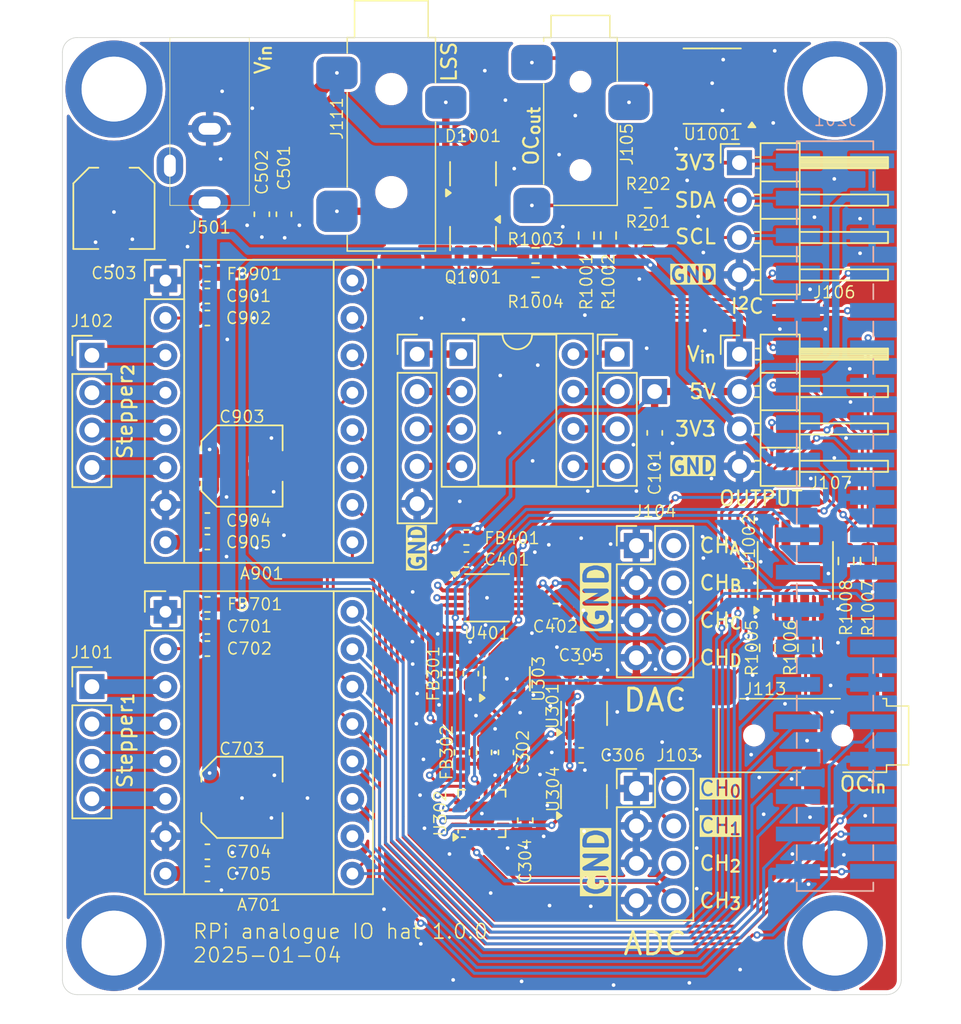
<source format=kicad_pcb>
(kicad_pcb (version 20240108) (generator "pcbnew") (generator_version "8.0")
  (title_block (title "${TITLE}") (date "2025-01-04") (rev "${REVISION}") (comment 1 "${AUTHOR}"))
  (layers (0 "F.Cu" signal) (1 "In1.Cu" signal) (2 "In2.Cu" signal) (31 "B.Cu" signal) (34 "B.Paste" user) (35 "F.Paste" user) (36 "B.SilkS" user "B.Silkscreen") (37 "F.SilkS" user "F.Silkscreen") (38 "B.Mask" user) (39 "F.Mask" user) (44 "Edge.Cuts" user))
  (property "AUTHOR" "A. Vörös, Z. Vörös")
  (property "REVISION" "1.0.0")
  (property "TITLE" "RPi analogue IO hat")
  (net 0 "")
  (net 1 "/Stepper motor 1/1B")
  (net 2 "GND")
  (net 3 "/Stepper motor 1/2A")
  (net 4 "/Stepper motor 1/2B")
  (net 5 "/Stepper motor 1/1A")
  (net 6 "Net-(U301-V+)")
  (net 7 "/Stepper motor 2/1A")
  (net 8 "/Stepper motor 2/2A")
  (net 9 "/Stepper motor 2/2B")
  (net 10 "/IO/B_{in}_{0}")
  (net 11 "Net-(A901-VDD)")
  (net 12 "/Raspberry Pi interface/GPIO_{6}")
  (net 13 "/Raspberry Pi interface/GPIO_{24}")
  (net 14 "/Raspberry Pi interface/GPIO_{26}")
  (net 15 "/Raspberry Pi interface/GPIO_{23}")
  (net 16 "/Raspberry Pi interface/GPIO_{22}")
  (net 18 "Net-(U401-VCC)")
  (net 19 "Net-(U401-REF)")
  (net 20 "/Raspberry Pi interface/GPIO_{19}")
  (net 21 "/Raspberry Pi interface/GPIO_{13}")
  (net 22 "/DAC/CH_{A}")
  (net 23 "/Raspberry Pi interface/GPIO_{5}")
  (net 24 "/Stepper motor 2/1B")
  (net 25 "/Raspberry Pi interface/GPIO_{25}")
  (net 26 "/DAC/CH_{C}")
  (net 27 "/Raspberry Pi interface/GPIO_{12}")
  (net 28 "/Raspberry Pi interface/GPIO_{16}")
  (net 29 "/Raspberry Pi interface/GPIO_{20}")
  (net 30 "/Raspberry Pi interface/GPIO_{21}")
  (net 31 "/DAC/CH_{D}")
  (net 32 "/IO/B_{in}_{1}")
  (net 33 "/ADC/~{CS}")
  (net 34 "+5V")
  (net 35 "/DAC/~{CS}")
  (net 36 "/EEPROM/SCL")
  (net 37 "/EEPROM/SDA")
  (net 38 "+3V3")
  (net 40 "/ADC/SCK")
  (net 41 "/ADC/MISO")
  (net 42 "/ADC/MOSI")
  (net 43 "Net-(A701-VDD)")
  (net 44 "/ADC/CH_{0}")
  (net 45 "/ADC/CH_{2}")
  (net 46 "/ADC/CH_{1}")
  (net 47 "/ADC/CH_{3}")
  (net 48 "/DAC/CH_{B}")
  (net 49 "Net-(R1002-Pad2)")
  (net 50 "Net-(R1001-Pad2)")
  (net 51 "Net-(J108-Pin_5)")
  (net 52 "Net-(J108-Pin_2)")
  (net 53 "Net-(J108-Pin_6)")
  (net 54 "Net-(J108-Pin_1)")
  (net 55 "Net-(J108-Pin_4)")
  (net 56 "Net-(J108-Pin_8)")
  (net 57 "Net-(J108-Pin_3)")
  (net 58 "Net-(J108-Pin_7)")
  (net 59 "V_{in}")
  (net 60 "/IO/C_{out}_{0}")
  (net 61 "/IO/C_{out}_{1}")
  (net 62 "Net-(Q1001-B2)")
  (net 63 "Net-(Q1001-B1)")
  (net 64 "Net-(U302-DECAP)")
  (net 65 "Net-(U302-DVDD)")
  (net 66 "Net-(U302-AVDD)")
  (net 67 "Net-(U301--)")
  (net 70 "Net-(U302-AIN1{slash}GPIO1)")
  (net 73 "/IO/GND_{iso}_{out}")
  (net 74 "/IO/OC_{out}_{1}")
  (net 75 "/IO/OC_{out}_{0}")
  (net 76 "/IO/OC_{in}_{1}")
  (net 77 "/IO/GND_{iso}_{in}")
  (net 78 "/IO/OC_{in}_{0}")
  (net 79 "/IO/OUT_{0}")
  (net 80 "/IO/OUT_{1}")
  (net 81 "Net-(R1005-Pad2)")
  (net 82 "Net-(R1006-Pad2)")
  (net 83 "/IO/IN_{0}")
  (net 84 "/IO/IN_{1}")
  (footprint "Capacitor_SMD:C_0603_1608Metric" (layer "F.Cu") (at 160.2 116.25)
    (property "Reference" "C306")
    (property "Value" "100nF")
  )
  (footprint "Mounting_Wuerth:Mounting_Wuerth_WA-SMSI-M3_H1mm_9774010360" (layer "F.Cu") (at 177.45 71)
    (property "Reference" "H802" (hide yes))
    (property "Value" "M3")
  )
  (footprint "Capacitor_SMD:C_Elec_5x5.8" (layer "F.Cu") (at 137.15 119.1)
    (property "Reference" "C703")
    (property "Value" "100uF")
  )
  (footprint "Capacitor_SMD:C_0603_1608Metric" (layer "F.Cu") (at 155.0875 116.05 90)
    (property "Reference" "C302")
    (property "Value" "1uF")
  )
  (footprint "Capacitor_SMD:C_0603_1608Metric" (layer "F.Cu") (at 134.8 122.8)
    (property "Reference" "C704")
    (property "Value" "10uF")
  )
  (footprint "Inductor_SMD:L_0603_1608Metric" (layer "F.Cu") (at 134.8 106)
    (property "Reference" "FB701")
    (property "Value" "FerriteBead")
  )
  (footprint "Package_SO:SOIC-8_3.9x4.9mm_P1.27mm" (layer "F.Cu") (at 174.75 103.7 90)
    (property "Reference" "U1002")
    (property "Value" "MOCD217M")
  )
  (footprint "Connector_PinHeader_2.54mm:PinHeader_1x01_P2.54mm_Vertical" (layer "F.Cu") (at 165.19 91.54 180)
    (property "Reference" "J112" (hide yes))
    (property "Value" "Conn_01x01_Pin")
  )
  (footprint "Capacitor_SMD:C_0603_1608Metric" (layer "F.Cu") (at 134.8 124.3)
    (property "Reference" "C705")
    (property "Value" "100nF")
  )
  (footprint "Capacitor_SMD:C_0603_1608Metric" (layer "F.Cu") (at 158.45 106.45)
    (property "Reference" "C402")
    (property "Value" "10uF")
  )
  (footprint "Connector_PinHeader_2.54mm:PinHeader_1x04_P2.54mm_Vertical" (layer "F.Cu") (at 126.95 89.08)
    (property "Reference" "J102")
    (property "Value" "Conn_01x04_Pin")
  )
  (footprint "Capacitor_SMD:C_0603_1608Metric" (layer "F.Cu") (at 152.4 102.95)
    (property "Reference" "C401")
    (property "Value" "100nF")
  )
  (footprint "Resistor_SMD:R_0603_1608Metric" (layer "F.Cu") (at 162.05 80.95 90)
    (property "Reference" "R1002")
    (property "Value" "1k")
  )
  (footprint "rpi:SJ-252X" (layer "F.Cu") (at 160.15 70.5 -90)
    (property "Reference" "J105")
    (property "Value" "SJ-252X")
  )
  (footprint "Package_DFN_QFN:WQFN-16-1EP_3x3mm_P0.5mm_EP1.6x1.6mm" (layer "F.Cu") (at 153.45 120.2 90)
    (property "Reference" "U302")
    (property "Value" "TLA2518")
  )
  (footprint "Connector_PinHeader_2.54mm:PinHeader_1x04_P2.54mm_Horizontal" (layer "F.Cu") (at 170.95 89)
    (property "Reference" "J107")
    (property "Value" "Conn_01x04_Pin")
  )
  (footprint "rpi:SJ-3524" (layer "F.Cu") (at 147.3 71 -90)
    (property "Reference" "J111")
    (property "Value" "SJ-3524")
  )
  (footprint "Package_SO:SOIC-8_3.9x4.9mm_P1.27mm" (layer "F.Cu") (at 169.1 70.8 180)
    (property "Reference" "U1001")
    (property "Value" "MOCD217M")
  )
  (footprint "Capacitor_SMD:C_0603_1608Metric" (layer "F.Cu") (at 134.8 86.55)
    (property "Reference" "C902")
    (property "Value" "100nF")
  )
  (footprint "rpi:TSOT-23-5-mirrored" (layer "F.Cu") (at 152.85 81.15 -90)
    (property "Reference" "Q1001")
    (property "Value" "CPH5504")
  )
  (footprint "Inductor_SMD:L_0603_1608Metric" (layer "F.Cu") (at 151.2 110.7 -90)
    (property "Reference" "FB301")
    (property "Value" "FerriteBead")
  )
  (footprint "Inductor_SMD:L_0603_1608Metric" (layer "F.Cu") (at 152.1 116.05 90)
    (property "Reference" "FB302")
    (property "Value" "FerriteBead")
  )
  (footprint "Capacitor_SMD:C_0603_1608Metric" (layer "F.Cu") (at 134.8 107.5)
    (property "Reference" "C701")
    (property "Value" "10uF")
  )
  (footprint "Capacitor_SMD:C_0603_1608Metric" (layer "F.Cu") (at 134.8 100.3)
    (property "Reference" "C904")
    (property "Value" "10uF")
  )
  (footprint "Capacitor_SMD:C_0603_1608Metric" (layer "F.Cu") (at 160.2 110.55)
    (property "Reference" "C305")
    (property "Value" "100nF")
  )
  (footprint "Resistor_SMD:R_0603_1608Metric" (layer "F.Cu") (at 178.2 103.05 90)
    (property "Reference" "R1008")
    (property "Value" "1k")
  )
  (footprint "Capacitor_SMD:C_Elec_5x5.8" (layer "F.Cu") (at 128.45 79.1 -90)
    (property "Reference" "C503")
    (property "Value" "100uF")
  )
  (footprint "Connector_PinHeader_2.54mm:PinHeader_1x04_P2.54mm_Vertical" (layer "F.Cu") (at 162.65 89)
    (property "Reference" "J109" (hide yes))
    (property "Value" "Conn_01x04_Pin")
  )
  (footprint "Resistor_SMD:R_0603_1608Metric" (layer "F.Cu") (at 175.45 108.95 90)
    (property "Reference" "R1006")
    (property "Value" "1k")
  )
  (footprint "Capacitor_SMD:C_0603_1608Metric" (layer "F.Cu") (at 153.6 116.05 90)
    (property "Reference" "C303" (hide yes))
    (property "Value" "100nF")
  )
  (footprint "Resistor_SMD:R_0603_1608Metric" (layer "F.Cu") (at 172.85 108.95 90)
    (property "Reference" "R1005")
    (property "Value" "1k")
  )
  (footprint "Capacitor_SMD:C_0603_1608Metric" (layer "F.Cu") (at 134.8 109)
    (property "Reference" "C702")
    (property "Value" "100nF")
  )
  (footprint "Mounting_Wuerth:Mounting_Wuerth_WA-SMSI-M3_H1mm_9774010360" (layer "F.Cu") (at 128.45 71)
    (property "Reference" "H803" (hide yes))
    (property "Value" "M3")
  )
  (footprint "Capacitor_SMD:C_0603_1608Metric" (layer "F.Cu") (at 152.7 110.7 -90)
    (property "Reference" "C301" (hide yes))
    (property "Value" "100nF")
  )
  (footprint "Resistor_SMD:R_0603_1608Metric" (layer "F.Cu") (at 157.1 84.3 180)
    (property "Reference" "R1004")
    (property "Value" "1k")
  )
  (footprint "Package_DIP:DIP-8_W7.62mm_Socket" (layer "F.Cu") (at 152.05 89)
    (property "Reference" "J108" (hide yes))
    (property "Value" "Conn_02x04_Counter_Clockwise")
  )
  (footprint "Resistor_SMD:R_0603_1608Metric" (layer "F.Cu") (at 164.75 81.08)
    (property "Reference" "R201")
    (property "Value" "3k3")
  )
  (footprint "Package_TO_SOT_SMD:SOT-23-5" (layer "F.Cu") (at 160.4 113.4 90)
    (property "Reference" "U301")
    (property "Value" "OPA197xDBV")
  )
  (footprint "rpi:SJ-252X" (layer "F.Cu") (at 177.95 114.9 180)
    (property "Reference" "J113")
    (property "Value" "SJ-252X")
  )
  (footprint "Resistor_SMD:R_0603_1608Metric" (layer "F.Cu") (at 179.7 103.05 90)
    (property "Reference" "R1007")
    (property "Value" "1k")
  )
  (footprint "Capacitor_SMD:C_0603_1608Metric" (layer "F.Cu") (at 134.8 85.05)
    (property "Reference" "C901")
    (property "Value" "10uF")
  )
  (footprint "Capacitor_SMD:C_0603_1608Metric" (layer "F.Cu") (at 156.4 120.65 -90)
    (property "Reference" "C304")
    (property "Value" "100nF")
  )
  (footprint "Capacitor_SMD:C_Elec_5x5.8" (layer "F.Cu") (at 137.15 96.6)
    (property "Reference" "C903")
    (property "Value" "100uF")
  )
  (footprint "Capacitor_SMD:C_0603_1608Metric" (layer "F.Cu") (at 165.2 94.35 -90)
    (property "Reference" "C101")
    (property "Value" "100nF")
  )
  (footprint "Connector_PinHeader_2.54mm:PinHeader_2x04_P2.54mm_Vertical" (layer "F.Cu") (at 163.95 118.5)
    (property "Reference" "J103")
    (property "Value" "ADC")
  )
  (footprint "Inductor_SMD:L_0603_1608Metric" (layer "F.Cu") (at 152.4 101.45)
    (property "Reference" "FB401")
    (property "Value" "FerriteBead")
  )
  (footprint "Module:Pololu_Breakout-16_15.2x20.3mm" (layer "F.Cu") (at 131.95 106.5)
    (property "Reference" "A701")
    (property "Value" "Pololu_Breakout_A4988")
  )
  (footprint "Inductor_SMD:L_0603_1608Metric" (layer "F.Cu") (at 134.8 83.55)
    (property "Reference" "FB901")
    (property "Value" "FerriteBead")
  )
  (footprint "Module:Pololu_Breakout-16_15.2x20.3mm" (layer "F.Cu") (at 131.95 84)
    (property "Reference" "A901")
    (property "Value" "Pololu_Breakout_A4988")
  )
  (footprint "rpi:CUI-PJ-018" (layer "F.Cu") (at 134.95 76.2 -90)
    (property "Reference" "J501")
    (property "Value" "12V")
  )
  (footprint "Connector_PinHeader_2.54mm:PinHeader_2x04_P2.54mm_Vertical" (layer "F.Cu") (at 163.95 102)
    (property "Reference" "J104")
    (property "Value" "DAC")
  )
  (footprint "Connector_PinHeader_2.54mm:PinHeader_1x04_P2.54mm_Horizontal" (layer "F.Cu") (at 170.95 76)
    (property "Reference" "J106")
    (property "Value" "Conn_01x04_Pin")
  )
  (footprint "Connector_PinHeader_2.54mm:PinHeader_1x05_P2.54mm_Vertical" (layer "F.Cu") (at 149.05 89)
    (property "Reference" "J110" (hide yes))
    (property "Value" "Conn_01x05_Pin")
  )
  (footprint "Package_TO_SOT_SMD:SOT-23-6" (layer "F.Cu") (at 155.15 111.05 90)
    (property "Reference" "U303")
    (property "Value" "MCP1501-40xCH")
  )
  (footprint "Package_TO_SOT_SMD:SOT-23-3" (layer "F.Cu") (at 152.85 76.75 90)
    (property "Reference" "D1001")
    (property "Value" "BAV23CLT1G")
  )
  (footprint "Capacitor_SMD:C_0603_1608Metric" (layer "F.Cu") (at 140 79.5 -90)
    (property "Reference" "C501")
    (property "Value" "10uF")
  )
  (footprint "Package_TO_SOT_SMD:SOT-23-5" (layer "F.Cu") (at 160.3875 119.05 90)
    (property "Reference" "U304")
    (property "Value" "OPA197xDBV")
  )
  (footprint "Capacitor_SMD:C_0603_1608Metric" (layer "F.Cu") (at 134.8 101.76)
    (property "Reference" "C905")
    (property "Value" "100nF")
  )
  (footprint "Resistor_SMD:R_0603_1608Metric" (layer "F.Cu") (at 164.75 78.54)
    (property "Reference" "R202")
    (property "Value" "3k3")
  )
  (footprint "Connector_PinHeader_2.54mm:PinHeader_1x04_P2.54mm_Vertical" (layer "F.Cu") (at 126.95 111.58)
    (property "Reference" "J101")
    (property "Value" "Conn_01x04_Pin")
  )
  (footprint "Mounting_Wuerth:Mounting_Wuerth_WA-SMSI-M3_H1mm_9774010360" (layer "F.Cu") (at 177.45 129)
    (property "Reference" "H804" (hide yes))
    (property "Value" "M3")
  )
  (footprint "Package_SO:MSOP-10-1EP_3x3mm_P0.5mm_EP1.68x1.88mm" (layer "F.Cu") (at 153.8 105.55)
    (property "Reference" "U401")
    (property "Value" "LTC2534")
  )
  (footprint "Resistor_SMD:R_0603_1608Metric" (layer "F.Cu") (at 157.1 82.3 180)
    (property "Reference" "R1003")
    (property "Value" "1k")
  )
  (footprint "Resistor_SMD:R_0603_1608Metric" (layer "F.Cu") (at 160.55 80.95 90)
    (property "Reference" "R1001")
    (property "Value" "1k")
  )
  (footprint "Mounting_Wuerth:Mounting_Wuerth_WA-SMSI-M3_H1mm_9774010360" (layer "F.Cu") (at 128.45 129)
    (property "Reference" "H801" (hide yes))
    (property "Value" "M3" (hide yes))
  )
  (footprint "Capacitor_SMD:C_0603_1608Metric" (layer "F.Cu") (at 138.5 79.5 -90)
    (property "Reference" "C502")
    (property "Value" "100nF")
  )
  (footprint "Connector_PinSocket_2.54mm:PinSocket_2x20_P2.54mm_Vertical_SMD" (layer "B.Cu") (at 177.45 100 180)
    (property "Reference" "J201")
    (property "Value" "Conn_02x20_Odd_Even")
  )
  (gr_line (start 124.95 131.5) (end 124.95 68.5) (stroke (width 0.05)) (layer "Edge.Cuts"))
  (gr_arc (start 124.95 68.5) (mid 125.242893 67.792893) (end 125.95 67.5) (stroke (width 0.05)) (layer "Edge.Cuts"))
  (gr_arc (start 181.95 131.5) (mid 181.657107 132.207107) (end 180.95 132.5) (stroke (width 0.05)) (layer "Edge.Cuts"))
  (gr_arc (start 125.95 132.5) (mid 125.242893 132.207107) (end 124.95 131.5) (stroke (width 0.05)) (layer "Edge.Cuts"))
  (gr_line (start 181.95 68.5) (end 181.95 131.5) (stroke (width 0.05)) (layer "Edge.Cuts"))
  (gr_line (start 180.95 132.5) (end 125.95 132.5) (stroke (width 0.05)) (layer "Edge.Cuts"))
  (gr_line (start 125.95 67.5) (end 180.95 67.5) (stroke (width 0.05)) (layer "Edge.Cuts"))
  (gr_arc (start 180.95 67.5) (mid 181.657107 67.792893) (end 181.95 68.5) (stroke (width 0.05)) (layer "Edge.Cuts"))
  (gr_text "${TITLE} ${REVISION}\n${ISSUE_DATE}" (at 133.75 130.4 0) (layer "F.SilkS") (effects (font (size 1 1) (thickness 0.1)) (justify left bottom)))
  (segment (start 131.95 111.58) (end 126.95 111.58) (width 1) (layer "B.Cu") (net 1))
  (segment (start 154.2 119.199999) (end 154.1 119.299999) (width 0.2) (layer "F.Cu") (net 2))
  (segment (start 154.1 119.299999) (end 154.1 119.55) (width 0.2) (layer "F.Cu") (net 2))
  (segment (start 154.2 118.7625) (end 154.2 119.199999) (width 0.2) (layer "F.Cu") (net 2))
  (segment (start 154.1 119.55) (end 153.45 120.2) (width 0.2) (layer "F.Cu") (net 2))
  (via (at 165.2 96.5) (size 0.5) (drill 0.25) (layers "F.Cu" "B.Cu") (net 2))
  (via (at 149.3 129.05) (size 0.5) (drill 0.25) (layers "F.Cu" "B.Cu") (net 2))
  (via (at 169.85 69) (size 0.5) (drill 0.25) (layers "F.Cu" "B.Cu") (net 2))
  (via (at 138.15 102.15) (size 0.5) (drill 0.25) (layers "F.Cu" "B.Cu") (net 2))
  (via (at 154.35 114.45) (size 0.5) (drill 0.25) (layers "F.Cu" "B.Cu") (net 2))
  (via (at 179.15 82.15) (size 0.5) (drill 0.25) (layers "F.Cu" "B.Cu") (net 2))
  (via (at 177 103.9) (size 0.5) (drill 0.25) (layers "F.Cu" "B.Cu") (net 2))
  (via (at 163.95 98.3) (size 0.5) (drill 0.25) (layers "F.Cu" "B.Cu") (net 2))
  (via (at 149.35 86.55) (size 0.5) (drill 0.25) (layers "F.Cu" "B.Cu") (net 2))
  (via (at 135.75 125.4) (size 0.5) (drill 0.25) (layers "F.Cu" "B.Cu") (net 2))
  (via (at 163.75 95.15) (size 0.5) (drill 0.25) (layers "F.Cu" "B.Cu") (net 2))
  (via (at 168.25 116.3) (size 0.5) (drill 0.25) (layers "F.Cu" "B.Cu") (net 2))
  (via (at 167.4 77.2) (size 0.5) (drill 0.25) (layers "F.Cu" "B.Cu") (net 2))
  (via (at 165.25 110.4) (size 0.5) (drill 0.25) (layers "F.Cu" "B.Cu") (net 2))
  (via (at 150.45 115.32) (size 0.5) (drill 0.25) (layers "F.Cu" "B.Cu") (net 2))
  (via (at 158.05 126.45) (size 0.5) (drill 0.25) (layers "F.Cu" "B.Cu") (net 2))
  (via (at 160.2 101.5) (size 0.5) (drill 0.25) (layers "F.Cu" "B.Cu") (net 2))
  (via (at 166.4 95.05) (size 0.5) (drill 0.25) (layers "F.Cu" "B.Cu") (net 2))
  (via (at 162.1 116.2) (size 0.5) (drill 0.25) (layers "F.Cu" "B.Cu") (net 2))
  (via (at 166.95 112.4) (size 0.5) (drill 0.25) (layers "F.Cu" "B.Cu") (net 2))
  (via (at 152.65 112.45) (size 0.5) (drill 0.25) (layers "F.Cu" "B.Cu") (net 2))
  (via (at 136.1 102.75) (size 0.5) (drill 0.25) (layers "F.Cu" "B.Cu") (net 2))
  (via (at 158.1 112.9) (size 0.5) (drill 0.25) (layers "F.Cu" "B.Cu") (net 2))
  (via (at 160.4 121.4) (size 0.5) (drill 0.25) (layers "F.Cu" "B.Cu") (net 2))
  (via (at 140.05 81.1) (size 0.5) (drill 0.25) (layers "F.Cu" "B.Cu") (net 2))
  (via (at 160.45 117.25) (size 0.5) (drill 0.25) (layers "F.Cu" "B.Cu") (net 2))
  (via (at 158.55 108.9) (size 0.5) (drill 0.25) (layers "F.Cu" "B.Cu") (net 2))
  (via (at 140 101.3) (size 0.5) (drill 0.25) (layers "F.Cu" "B.Cu") (net 2))
  (via (at 169.05 97.45) (size 0.5) (drill 0.25) (layers "F.Cu" "B.Cu") (net 2))
  (via (at 178.05 123) (size 0.5) (drill 0.25) (layers "F.Cu" "B.Cu") (net 2))
  (via (at 168.05 119.9) (size 0.5) (drill 0.25) (layers "F.Cu" "B.Cu") (net 2))
  (via (at 158.7 75.45) (size 0.5) (drill 0.25) (layers "F.Cu" "B.Cu") (net 2))
  (via (at 169.15 94.45) (size 0.5) (drill 0.25) (layers "F.Cu" "B.Cu") (net 2))
  (via (at 157.9 119.65) (size 0.5) (drill 0.25) (layers "F.Cu" "B.Cu") (net 2))
  (via (at 129.7 81.2) (size 0.5) (drill 0.25) (layers "F.Cu" "B.Cu") (net 2))
  (via (at 128.45 79.35) (size 0.5) (drill 0.25) (layers "F.Cu" "B.Cu") (net 2))
  (via (at 162.4 131.85) (size 0.5) (drill 0.25) (layers "F.Cu" "B.Cu") (net 2))
  (via (at 177.15 111.5) (size 0.5) (drill 0.25) (layers "F.Cu" "B.Cu") (net 2))
  (via (at 175.75 120.45) (size 0.5) (drill 0.25) (layers "F.Cu" "B.Cu") (net 2))
  (via (at 156.85 107.95) (size 0.5) (drill 0.25) (layers "F.Cu" "B.Cu") (net 2))
  (via (at 177.25 113.3) (size 0.5) (drill 0.25) (layers "F.Cu" "B.Cu") (net 2))
  (via (at 178.5 92.25) (size 0.5) (drill 0.25) (layers "F.Cu" "B.Cu") (net 2))
  (via (at 138.15 85) (size 0.5) (drill 0.25) (layers "F.Cu" "B.Cu") (net 2))
  (via (at 136.15 88) (size 0.5) (drill 0.25) (layers "F.Cu" "B.Cu") (net 2))
  (via (at 136.1 98.7) (size 0.5) (drill 0.25) (layers "F.Cu" "B.Cu") (net 2))
  (via (at 153.65 110.95) (size 0.5) (drill 0.25) (layers "F.Cu" "B.Cu") (net 2))
  (via (at 153.8 105.55) (size 0.5) (drill 0.25) (layers "F.Cu" "B.Cu") (net 2))
  (via (at 173.7 87.3) (size 0.5) (drill 0.25) (layers "F.Cu" "B.Cu") (net 2))
  (via (at 157.25 89.75) (size 0.5) (drill 0.25) (layers "F.Cu" "B.Cu") (net 2))
  (via (at 177.65 106.3) (size 0.5) (drill 0.25) (layers "F.Cu" "B.Cu") (net 2))
  (via (at 173.25 73.3) (size 0.5) (drill 0.25) (layers "F.Cu" "B.Cu") (net 2))
  (via (at 171 130.8) (size 0.5) (drill 0.25) (layers "F.Cu" "B.Cu") (net 2))
  (via (at 171.8 108.95) (size 0.5) (drill 0.25) (layers "F.Cu" "B.Cu") (net 2))
  (via (at 155.05 71.75) (size 0.5) (drill 0.25) (layers "F.Cu" "B.Cu") (net 2))
  (via (at 167.55 131.7) (size 0.5) (drill 0.25) (layers "F.Cu" "B.Cu") (net 2))
  (via (at 180 105.15) (size 0.5) (drill 0.25) (layers "F.Cu" "B.Cu") (net 2))
  (via (at 153.45 120.2) (size 0.5) (drill 0.25) (layers "F.Cu" "B.Cu") (net 2))
  (via (at 172 104.55) (size 0.5) (drill 0.25) (layers "F.Cu" "B.Cu") (net 2))
  (via (at 138.5 81.05) (size 0.5) (drill 0.25) (layers "F.Cu" "B.Cu") (net 2))
  (via (at 168.6 87.4) (size 0.5) (drill 0.25) (layers "F.Cu" "B.Cu") (net 2))
  (via (at 149.48 116.52) (size 0.5) (drill 0.25) (layers "F.Cu" "B.Cu") (net 2))
  (via (at 137.15 119.15) (size 0.5) (drill 0.25) (layers "F.Cu" "B.Cu") (net 2))
  (via (at 177.4 96.05) (size 0.5) (drill 0.25) (layers "F.Cu" "B.Cu") (net 2))
  (via (at 169.8 72.45) (size 0.5) (drill 0.25) (layers "F.Cu" "B.Cu") (net 2))
  (via (at 156.45 122.5) (size 0.5) (drill 0.25) (layers "F.Cu" "B.Cu") (net 2))
  (via (at 171.75 116.2) (size 0.5) (drill 0.25) (layers "F.Cu" "B.Cu") (net 2))
  (via (at 168.5 82.1) (size 0.5) (drill 0.25) (layers "F.Cu" "B.Cu") (net 2))
  (via (at 162 110.45) (size 0.5) (drill 0.25) (layers "F.Cu" "B.Cu") (net 2))
  (via (at 160.85 126.5) (size 0.5) (drill 0.25) (layers "F.Cu" "B.Cu") (net 2))
  (via (at 168.8 89.1) (size 0.5) (drill 0.25) (layers "F.Cu" "B.Cu") (net 2))
  (via (at 160.35 106.4) (size 0.5) (drill 0.25) (layers "F.Cu" "B.Cu") (net 2))
  (via (at 135.8 71.15) (size 0.5) (drill 0.25) (layers "F.Cu" "B.Cu") (net 2))
  (via (at 127.2 81.4) (size 0.5) (drill 0.25) (layers "F.Cu" "B.Cu") (net 2))
  (via (at 157.65 121.75) (size 0.5) (drill 0.25) (layers "F.Cu" "B.Cu") (net 2))
  (via (at 151.95 99) (size 0.5) (drill 0.25) (layers "F.Cu" "B.Cu") (net 2))
  (via (at 164.65 88.6) (size 0.5) (drill 0.25) (layers "F.Cu" "B.Cu") (net 2))
  (via (at 176.05 79.7) (size 0.5) (drill 0.25) (layers "F.Cu" "B.Cu") (net 2))
  (via (at 141.6 119.15) (size 0.5) (drill 0.25) (layers "F.Cu" "B.Cu") (net 2))
  (via (at 153.65 69.75) (size 0.5) (drill 0.25) (layers "F.Cu" "B.Cu") (net 2))
  (via (at 137.85 72.3) (size 0.5) (drill 0.25) (layers "F.Cu" "B.Cu") (net 2))
  (via (at 158.95 80.35) (size 0.5) (drill 0.25) (layers "F.Cu" "B.Cu") (net 2))
  (via (at 178.2 94.7) (size 0.5) (drill 0.25) (layers "F.Cu" "B.Cu") (net 2))
  (via (at 168.05 125.3) (size 0.5) (drill 0.25) (layers "F.Cu" "B.Cu") (net 2))
  (via (at 166.65 75.05) (size 0.5) (drill 0.25) (layers "F.Cu" "B.Cu") (net 2))
  (via (at 155.2 122.55) (size 0.5) (drill 0.25) (layers "F.Cu" "B.Cu") (net 2))
  (via (at 148.73 108.53) (size 0.5) (drill 0.25) (layers "F.Cu" "B.Cu") (net 2))
  (via (at 175.65 125) (size 0.5) (drill 0.25) (layers "F.Cu" "B.Cu") (net 2))
  (via (at 169.1 70.6) (size 0.5) (drill 0.25) (layers "F.Cu" "B.Cu") (net 2))
  (via (at 175.75 84.6) (size 0.5) (drill 0.25) (layers "F.Cu" "B.Cu") (net 2))
  (via (at 148.75 105.15) (size 0.5) (drill 0.25) (layers "F.Cu" "B.Cu") (net 2))
  (via (at 160.65 98.3) (size 0.5) (drill 0.25) (layers "F.Cu" "B.Cu") (net 2))
  (via (at 154.05 125.6) (size 0.5) (drill 0.25) (layers "F.Cu" "B.Cu") (net 2))
  (via (at 137.95 86.55) (size 0.5) (drill 0.25) (layers "F.Cu" "B.Cu") (net 2))
  (via (at 172.4 103.1) (size 0.5) (drill 0.25) (layers "F.Cu" "B.Cu") (net 2))
  (via (at 160.45 86.35) (size 0.5) (drill 0.25) (layers "F.Cu" "B.Cu") (net 2))
  (via (at 155.65 76.4) (size 0.5) (drill 0.25) (layers "F.Cu" "B.Cu") (net 2))
  (via (at 148.6 101.55) (size 0.5) (drill 0.25) (layers "F.Cu" "B.Cu") (net 2))
  (via (at 165.7 115.35) (size 0.5) (drill 0.25) (layers "F.Cu" "B.Cu") (net 2))
  (via (at 154.7 90.45) (size 0.5) (drill 0.25) (layers "F.Cu" "B.Cu") (net 2))
  (via (at 154.35 117.6) (size 0.5) (drill 0.25) (layers "F.Cu" "B.Cu") (net 2))
  (via (at 179.8 117.9) (size 0.5) (drill 0.25) (layers "F.Cu" "B.Cu") (net 2))
  (via (at 162.25 107.15) (size 0.5) (drill 0.25) (layers "F.Cu" "B.Cu") (net 2))
  (via (at 148.75 110.05) (size 0.5) (drill 0.25) (layers "F.Cu" "B.Cu") (net 2))
  (via (at 149.05 112.05) (size 0.5) (drill 0.25) (layers "F.Cu" "B.Cu") (net 2))
  (via (at 152.2 86.65) (size 0.5) (drill 0.25) (layers "F.Cu" "B.Cu") (net 2))
  (via (at 178.45 90) (size 0.5) (drill 0.25) (layers "F.Cu" "B.Cu") (net 2))
  (via (at 139.15 120.5) (size 0.5) (drill 0.25) (layers "F.Cu" "B.Cu") (net 2))
  (via (at 176.8 87.3) (size 0.5) (drill 0.25) (layers "F.Cu" "B.Cu") (net 2))
  (via (at 173.35 68.4) (size 0.5) (drill 0.25) (layers "F.Cu" "B.Cu") (net 2))
  (via (at 156.9 96.25) (size 0.5) (drill 0.25) (layers "F.Cu" "B.Cu") (net 2))
  (via (at 152.65 108.55) (size 0.5) (drill 0.25) (layers "F.Cu" "B.Cu") (net 2))
  (via (at 172.3 117.75) (size 0.5) (drill 0.25) (layers "F.Cu" "B.Cu") (net 2))
  (via (at 154.35 116.05) (size 0.5) (drill 0.25) (layers "F.Cu" "B.Cu") (net 2))
  (via (at 159.8 72.8) (size 0.5) (drill 0.25) (layers "F.Cu" "B.Cu") (net 2))
  (via (at 138 100.25) (size 0.5) (drill 0.25) (layers "F.Cu" "B.Cu") (net 2))
  (via (at 153.05 113.55) (size 0.5) (drill 0.25) (layers "F.Cu" "B.Cu") (net 2))
  (via (at 162.2 101.9) (size 0.5) (drill 0.25) (layers "F.Cu" "B.Cu") (net 2))
  (via (at 154.65 94.35) (size 0.5) (drill 0.25) (layers "F.Cu" "B.Cu") (net 2))
  (via (at 171.5 112.4) (size 0.5) (drill 0.25) (layers "F.Cu" "B.Cu") (net 2))
  (via (at 156.05 113.35) (size 0.5) (drill 0.25) (layers "F.Cu" "B.Cu") (net 2))
  (via (at 151.25 122.95) (size 0.5) (drill 0.25) (layers "F.Cu" "B.Cu") (net 2))
  (via (at 177.65 108.6) (size 0.5) (drill 0.25) (layers "F.Cu" "B.Cu") (net 2))
  (via (at 177.4 77.1) (size 0.5) (drill 0.25) (layers "F.Cu" "B.Cu") (net 2))
  (via (at 168.45 101.4) (size 0.5) (drill 0.25) (layers "F.Cu" "B.Cu") (net 2))
  (via (at 172.05 106.85) (size 0.5) (drill 0.25) (layers "F.Cu" "B.Cu") (net 2))
  (via (at 179.5 120.35) (size 0.5) (drill 0.25) (layers "F.Cu" "B.Cu") (net 2))
  (via (at 149 114.1) (size 0.5) (drill 0.25) (layers "F.Cu" "B.Cu") (net 2))
  (via (at 157.4 117.55) (size 0.5) (drill 0.25) (layers "F.Cu" "B.Cu") (net 2))
  (via (at 175.55 115.25) (size 0.5) (drill 0.25) (layers "F.Cu" "B.Cu") (net 2))
  (via (at 174.5 117.85) (size 0.5) (drill 0.25) (layers "F.Cu" "B.Cu") (net 2))
  (via (at 151.5 131.5) (size 0.5) (drill 0.25) (layers "F.Cu" "B.Cu") (net 2))
  (via (at 172.6 120.25) (size 0.5) (drill 0.25) (layers "F.Cu" "B.Cu") (net 2))
  (via (at 152.85 83.7) (size 0.5) (drill 0.25) (layers "F.Cu" "B.Cu") (net 2))
  (via (at 153.7 107.4) (size 0.5) (drill 0.25) (layers "F.Cu" "B.Cu") (net 2))
  (via (at 158 101.95) (size 0.5) (drill 0.25) (layers "F.Cu" "B.Cu") (net 2))
  (via (at 161.05 109.45) (size 0.5) (drill 0.25) (layers "F.Cu" "B.Cu") (net 2))
  (via (at 172.1 100.2) (size 0.5) (drill 0.25) (layers "F.Cu" "B.Cu") (net 2))
  (via (at 149.25 118.95) (size 0.5) (drill 0.25) (layers "F.Cu" "B.Cu") (net 2))
  (via (at 146.8 126.7) (size 0.5) (drill 0.25) (layers "F.Cu" "B.Cu") (net 2))
  (via (at 150.45 108) (size 0.5) (drill 0.25) (layers "F.Cu" "B.Cu") (net 2))
  (via (at 156.95 112.15) (size 0.5) (drill 0.25) (layers "F.Cu" "B.Cu") (net 2))
  (via (at 168.5 102.85) (size 0.5) (drill 0.25) (layers "F.Cu" "B.Cu") (net 2))
  (via (at 158.2 116.05) (size 0.5) (drill 0.25) (layers "F.Cu" "B.Cu") (net 2))
  (via (at 139.35 117.6) (size 0.5) (drill 0.25) (layers "F.Cu" "B.Cu") (net 2))
  (via (at 136.5 122.85) (size 0.5) (drill 0.25) (layers "F.Cu" "B.Cu") (net 2))
  (via (at 139.15 94.7) (size 0.5) (drill 0.25) (layers "F.Cu" "B.Cu") (net 2))
  (via (at 135.7 75.75) (size 0.5) (drill 0.25) (layers "F.Cu" "B.Cu") (net 2))
  (via (at 150.54 112.82) (size 0.5) (drill 0.25) (layers "F.Cu" "B.Cu") (net 2))
  (via (at 178.4 97.7) (size 0.5) (drill 0.25) (layers "F.Cu" "B.Cu") (net 2))
  (via (at 174.55 122.95) (size 0.5) (drill 0.25) (layers "F.Cu" "B.Cu") (net 2))
  (via (at 179.15 79.8) (size 0.5) (drill 0.25) (layers "F.Cu" "B.Cu") (net 2))
  (via (at 149.55 121.2) (size 0.5) (drill 0.25) (layers "F.Cu" "B.Cu") (net 2))
  (via (at 155.15 111.05) (size 0.5) (drill 0.25) (layers "F.Cu" "B.Cu") (net 2))
  (via (at 141.05 80.25) (size 0.5) (drill 0.25) (layers "F.Cu" "B.Cu") (net 2))
  (via (at 156.15 131.6) (size 0.5) (drill 0.25) (layers "F.Cu" "B.Cu") (net 2))
  (via (at 175.8 97.45) (size 0.5) (drill 0.25) (layers "F.Cu" "B.Cu") (net 2))
  (via (at 162.65 113.3) (size 0.5) (drill 0.25) (layers "F.Cu" "B.Cu") (net 2))
  (via (at 136.8 124.25) (size 0.5) (drill 0.25) (layers "F.Cu" "B.Cu") (net 2))
  (via (at 137.5 80.25) (size 0.5) (drill 0.25) (layers "F.Cu" "B.Cu") (net 2))
  (via (at 167.6 105.85) (size 0.5) (drill 0.25) (layers "F.Cu" "B.Cu") (net 2))
  (via (at 128.35 83) (size 0.5) (drill 0.25) (layers "F.Cu" "B.Cu") (net 2))
  (via (at 139.3 98.35) (size 0.5) (drill 0.25) (layers "F.Cu" "B.Cu") (net 2))
  (via (at 164.15 83.9) (size 0.5) (drill 0.25) (layers "F.Cu" "B.Cu") (net 2))
  (via (at 174.05 112.75) (size 0.5) (drill 0.25) (layers "F.Cu" "B.Cu") (net 2))
  (via (at 168.05 122.55) (size 0.5) (drill 0.25) (layers "F.Cu" "B.Cu") (net 2))
  (via (at 133.45 81.7) (size 0.5) (drill 0.25) (layers "F.Cu" "B.Cu") (net 2))
  (via (at 168.15 79.65) (size 0.5) (drill 0.25) (layers "F.Cu" "B.Cu") (net 2))
  (via (at 171.85 110.8) (size 0.5) (drill 0.25) (layers "F.Cu" "B.Cu") (net 2))
  (via (at 157.05 102.45) (size 0.5) (drill 0.25) (layers "F.Cu" "B.Cu") (net 2))
  (segment (start 131.95 116.66) (end 126.95 116.66) (width 1) (layer "B.Cu") (net 3))
  (segment (start 131.95 119.2) (end 126.95 119.2) (width 1) (layer "B.Cu") (net 4))
  (segment (start 131.95 114.12) (end 126.95 114.12) (width 1) (layer "B.Cu") (net 5))
  (segment (start 156.1 109.9125) (end 158.0125 109.9125) (width 0.25) (layer "F.Cu") (net 6))
  (segment (start 152.7 109.925) (end 154.1875 109.925) (width 0.25) (layer "F.Cu") (net 6))
  (segment (start 154.2 109.9125) (end 154.2 109.250001) (width 0.25) (layer "F.Cu") (net 6))
  (segment (start 158.65 110.55) (end 159.425 110.55) (width 0.25) (layer "F.Cu") (net 6))
  (segment (start 159.425 116.25) (end 159.425 116.95) (width 0.25) (layer "F.Cu") (net 6))
  (segment (start 159.425 117.9) (end 159.4375 117.9125) (width 0.25) (layer "F.Cu") (net 6))
  (segment (start 151.2 109.9125) (end 152.6875 109.9125) (width 0.25) (layer "F.Cu") (net 6))
  (segment (start 152.6875 109.9125) (end 152.7 109.925) (width 0.25) (layer "F.Cu") (net 6))
  (segment (start 155.499999 108.65) (end 156.1 109.250001) (width 0.25) (layer "F.Cu") (net 6))
  (segment (start 154.2 109.250001) (end 154.800001 108.65) (width 0.25) (layer "F.Cu") (net 6))
  (segment (start 159.45 112.2625) (end 159.9375 112.2625) (width 0.25) (layer "F.Cu") (net 6))
  (segment (start 158.0125 109.9125) (end 158.65 110.55) (width 0.25) (layer "F.Cu") (net 6))
  (segment (start 159.425 110.55) (end 159.425 112.2375) (width 0.25) (layer "F.Cu") (net 6))
  (segment (start 154.1875 109.925) (end 154.2 109.9125) (width 0.25) (layer "F.Cu") (net 6))
  (segment (start 154.800001 108.65) (end 155.499999 108.65) (width 0.25) (layer "F.Cu") (net 6))
  (segment (start 159.425 112.2375) (end 159.45 112.2625) (width 0.25) (layer "F.Cu") (net 6))
  (segment (start 159.45 117.9) (end 159.4375 117.9125) (width 0.25) (layer "F.Cu") (net 6))
  (segment (start 159.425 116.95) (end 159.425 117.9) (width 0.25) (layer "F.Cu") (net 6))
  (segment (start 159.9375 112.2625) (end 159.95 112.25) (width 0.25) (layer "F.Cu") (net 6))
  (segment (start 156.1 109.250001) (end 156.1 109.9125) (width 0.25) (layer "F.Cu") (net 6))
  (via (at 159.95 112.25) (size 0.5) (drill 0.25) (layers "F.Cu" "B.Cu") (net 6))
  (via (at 159.425 116.95) (size 0.5) (drill 0.25) (layers "F.Cu" "B.Cu") (net 6))
  (segment (start 159.95 112.25) (end 159.425 112.775) (width 0.25) (layer "B.Cu") (net 6))
  (segment (start 159.425 112.775) (end 159.425 116.95) (width 0.25) (layer "B.Cu") (net 6))
  (segment (start 131.95 91.62) (end 126.95 91.62) (width 1) (layer "B.Cu") (net 7))
  (segment (start 131.95 94.16) (end 126.95 94.16) (width 1) (layer "B.Cu") (net 8))
  (segment (start 131.95 96.7) (end 126.95 96.7) (width 1) (layer "B.Cu") (net 9))
  (segment (start 163.909314 86.1) (end 178.25 86.1) (width 0.2) (layer "F.Cu") (net 10))
  (segment (start 161.709314 83.9) (end 163.909314 86.1) (width 0.2) (layer "F.Cu") (net 10))
  (segment (start 159.525 83.9) (end 161.709314 83.9) (width 0.2) (layer "F.Cu") (net 10))
  (segment (start 178.25 86.1) (end 178.3 86.05) (width 0.2) (layer "F.Cu") (net 10))
  (segment (start 157.925 82.3) (end 159.525 83.9) (width 0.2) (layer "F.Cu") (net 10))
  (via (at 178.3 86.05) (size 0.5) (drill 0.25) (layers "F.Cu" "B.Cu") (net 10))
  (segment (start 178.3 86.05) (end 179.95 86.05) (width 0.2) (layer "B.Cu") (net 10))
  (segment (start 179.95 86.05) (end 179.97 86.03) (width 0.2) (layer "B.Cu") (net 10))
  (segment (start 134.0125 86.5375) (end 134.025 86.55) (width 0.2) (layer "F.Cu") (net 11))
  (segment (start 131.96 86.55) (end 131.95 86.54) (width 0.2) (layer "F.Cu") (net 11))
  (segment (start 134.025 86.55) (end 131.96 86.55) (width 0.2) (layer "F.Cu") (net 11))
  (segment (start 134.0125 83.55) (end 134.0125 86.5375) (width 0.2) (layer "F.Cu") (net 11))
  (segment (start 146.1 122.515686) (end 153.434314 129.85) (width 0.2) (layer "B.Cu") (net 12))
  (segment (start 168.065686 129.85) (end 171.4 126.515686) (width 0.2) (layer "B.Cu") (net 12))
  (segment (start 171.4 126.515686) (end 171.4 117.5) (width 0.2) (layer "B.Cu") (net 12))
  (segment (start 171.4 117.5) (end 174.93 113.97) (width 0.2) (layer "B.Cu") (net 12))
  (segment (start 153.434314 129.85) (end 168.065686 129.85) (width 0.2) (layer "B.Cu") (net 12))
  (segment (start 144.65 119.2) (end 146.1 120.65) (width 0.2) (layer "B.Cu") (net 12))
  (segment (start 146.1 120.65) (end 146.1 122.515686) (width 0.2) (layer "B.Cu") (net 12))
  (segment (start 176.2 94.7) (end 176.184315 94.7) (width 0.2) (layer "F.Cu") (net 13))
  (segment (start 143.35 110.28) (end 144.65 111.58) (width 0.2) (layer "F.Cu") (net 13))
  (segment (start 144 92.9) (end 143.35 93.55) (width 0.2) (layer "F.Cu") (net 13))
  (segment (start 170.85 100.034315) (end 170.85 106.6) (width 0.2) (layer "F.Cu") (net 13))
  (segment (start 146.05 92.1) (end 145.25 92.9) (width 0.2) (layer "F.Cu") (net 13))
  (segment (start 146.05 90.48) (end 146.05 92.1) (width 0.2) (layer "F.Cu") (net 13))
  (segment (start 145.25 92.9) (end 144 92.9) (width 0.2) (layer "F.Cu") (net 13))
  (segment (start 143.35 93.55) (end 143.35 110.28) (width 0.2) (layer "F.Cu") (net 13))
  (segment (start 144.65 89.08) (end 146.05 90.48) (width 0.2) (layer "F.Cu") (net 13))
  (segment (start 176.184315 94.7) (end 170.85 100.034315) (width 0.2) (layer "F.Cu") (net 13))
  (via (at 176.2 94.7) (size 0.5) (drill 0.25) (layers "F.Cu" "B.Cu") (net 13))
  (via (at 170.85 106.6) (size 0.5) (drill 0.25) (layers "F.Cu" "B.Cu") (net 13))
  (segment (start 153.931372 128.65) (end 167.565686 128.65) (width 0.2) (layer "B.Cu") (net 13))
  (segment (start 178.89 96.19) (end 177.4 94.7) (width 0.2) (layer "B.Cu") (net 13))
  (segment (start 147.3 122.018628) (end 153.931372 128.65) (width 0.2) (layer "B.Cu") (net 13))
  (segment (start 144.65 111.58) (end 147.3 114.23) (width 0.2) (layer "B.Cu") (net 13))
  (segment (start 167.565686 128.65) (end 170.2 126.015686) (width 0.2) (layer "B.Cu") (net 13))
  (segment (start 177.4 94.7) (end 176.2 94.7) (width 0.2) (layer "B.Cu") (net 13))
  (segment (start 170.85 108.077818) (end 170.85 106.6) (width 0.2) (layer "B.Cu") (net 13))
  (segment (start 147.3 114.23) (end 147.3 122.018628) (width 0.2) (layer "B.Cu") (net 13))
  (segment (start 170.2 108.727818) (end 170.85 108.077818) (width 0.2) (layer "B.Cu") (net 13))
  (segment (start 179.97 96.19) (end 178.89 96.19) (width 0.2) (layer "B.Cu") (net 13))
  (segment (start 170.2 126.015686) (end 170.2 108.727818) (width 0.2) (layer "B.Cu") (net 13))
  (segment (start 144.65 99.24) (end 145.85 100.44) (width 0.2) (layer "F.Cu") (net 14))
  (segment (start 146.5 124.85) (end 149.3 127.65) (width 0.2) (layer "F.Cu") (net 14))
  (segment (start 145.85 100.44) (end 145.85 103.6) (width 0.2) (layer "F.Cu") (net 14))
  (segment (start 145.85 103.6) (end 146.5 104.25) (width 0.2) (layer "F.Cu") (net 14))
  (segment (start 146.5 104.25) (end 146.5 123.065686) (width 0.2) (layer "F.Cu") (net 14))
  (segment (start 146.5 123.065686) (end 146.5 124.85) (width 0.2) (layer "F.Cu") (net 14))
  (via (at 149.3 127.65) (size 0.5) (drill 0.25) (layers "F.Cu" "B.Cu") (net 14))
  (segment (start 149.537258 127.65) (end 152.937258 131.05) (width 0.2) (layer "B.Cu") (net 14))
  (segment (start 152.937258 131.05) (end 168.6 131.05) (width 0.2) (layer "B.Cu") (net 14))
  (segment (start 172.6 127.05) (end 172.6 123.92) (width 0.2) (layer "B.Cu") (net 14))
  (segment (start 168.6 131.05) (end 172.6 127.05) (width 0.2) (layer "B.Cu") (net 14))
  (segment (start 149.3 127.65) (end 149.537258 127.65) (width 0.2) (layer "B.Cu") (net 14))
  (segment (start 172.6 123.92) (end 174.93 121.59) (width 0.2) (layer "B.Cu") (net 14))
  (segment (start 170.3 99.8) (end 175.95 94.15) (width 0.2) (layer "F.Cu") (net 15))
  (segment (start 175.95 94.15) (end 176.9 94.15) (width 0.2) (layer "F.Cu") (net 15))
  (segment (start 170.3 107.1) (end 170.3 99.8) (width 0.2) (layer "F.Cu") (net 15))
  (via (at 170.3 107.1) (size 0.5) (drill 0.25) (layers "F.Cu" "B.Cu") (net 15))
  (via (at 176.9 94.15) (size 0.5) (drill 0.25) (layers "F.Cu" "B.Cu") (net 15))
  (segment (start 170.3 108.05) (end 170.3 107.1) (width 0.2) (layer "B.Cu") (net 15))
  (segment (start 177.8 93.65) (end 177.4 93.65) (width 0.2) (layer "B.Cu") (net 15))
  (segment (start 179.97 93.65) (end 177.8 93.65) (width 0.2) (layer "B.Cu") (net 15))
  (segment (start 154.097058 128.25) (end 167.4 128.25) (width 0.2) (layer "B.Cu") (net 15))
  (segment (start 177.4 93.65) (end 176.9 94.15) (width 0.2) (layer "B.Cu") (net 15))
  (segment (start 169.8 125.85) (end 169.8 108.55) (width 0.2) (layer "B.Cu") (net 15))
  (segment (start 167.4 128.25) (end 169.8 125.85) (width 0.2) (layer "B.Cu") (net 15))
  (segment (start 147.7 121.852942) (end 154.097058 128.25) (width 0.2) (layer "B.Cu") (net 15))
  (segment (start 169.8 108.55) (end 170.3 108.05) (width 0.2) (layer "B.Cu") (net 15))
  (segment (start 147.7 112.09) (end 147.7 121.852942) (width 0.2) (layer "B.Cu") (net 15))
  (segment (start 144.65 109.04) (end 147.7 112.09) (width 0.2) (layer "B.Cu") (net 15))
  (segment (start 169.75 99.75) (end 169.75 100.05) (width 0.2) (layer "F.Cu") (net 16))
  (segment (start 173.15 93.65) (end 173.15 96.35) (width 0.2) (layer "F.Cu") (net 16))
  (segment (start 169.75 107.6) (end 169.75 100.05) (width 0.2) (layer "F.Cu") (net 16))
  (segment (start 169.75 99.9) (end 169.75 100.05) (width 0.2) (layer "F.Cu") (net 16))
  (segment (start 173.15 96.35) (end 169.75 99.75) (width 0.2) (layer "F.Cu") (net 16))
  (via (at 173.15 93.65) (size 0.5) (drill 0.25) (layers "F.Cu" "B.Cu") (net 16))
  (via (at 169.75 107.6) (size 0.5) (drill 0.25) (layers "F.Cu" "B.Cu") (net 16))
  (segment (start 154.262744 127.85) (end 167.234314 127.85) (width 0.2) (layer "B.Cu") (net 16))
  (segment (start 169.75 108) (end 169.75 107.6) (width 0.2) (layer "B.Cu") (net 16))
  (segment (start 169.4 108.35) (end 169.75 108) (width 0.2) (layer "B.Cu") (net 16))
  (segment (start 148.1 121.687256) (end 154.262744 127.85) (width 0.2) (layer "B.Cu") (net 16))
  (segment (start 167.234314 127.85) (end 169.4 125.684314) (width 0.2) (layer "B.Cu") (net 16))
  (segment (start 144.65 106.5) (end 148.1 109.95) (width 0.2) (layer "B.Cu") (net 16))
  (segment (start 173.15 93.65) (end 174.93 93.65) (width 0.2) (layer "B.Cu") (net 16))
  (segment (start 148.1 109.95) (end 148.1 121.687256) (width 0.2) (layer "B.Cu") (net 16))
  (segment (start 169.4 125.684314) (end 169.4 108.35) (width 0.2) (layer "B.Cu") (net 16))
  (segment (start 151.625 102.95) (end 151.625 104.525) (width 0.25) (layer "F.Cu") (net 18))
  (segment (start 151.6125 102.9375) (end 151.625 102.95) (width 0.25) (layer "F.Cu") (net 18))
  (segment (start 151.6125 101.45) (end 151.6125 102.9375) (width 0.25) (layer "F.Cu") (net 18))
  (segment (start 151.625 104.525) (end 151.65 104.55) (width 0.25) (layer "F.Cu") (net 18))
  (segment (start 156.8 106.05) (end 157.2 106.45) (width 0.2) (layer "F.Cu") (net 19))
  (segment (start 155.95 106.05) (end 156.8 106.05) (width 0.2) (layer "F.Cu") (net 19))
  (segment (start 157.2 106.45) (end 157.675 106.45) (width 0.2) (layer "F.Cu") (net 19))
  (segment (start 144.65 102.965686) (end 144.65 101.78) (width 0.2) (layer "F.Cu") (net 20))
  (segment (start 146.1 104.415686) (end 144.65 102.965686) (width 0.2) (layer "F.Cu") (net 20))
  (segment (start 146.1 122.83) (end 146.1 104.415686) (width 0.2) (layer "F.Cu") (net 20))
  (segment (start 144.65 124.28) (end 146.1 122.83) (width 0.2) (layer "F.Cu") (net 20))
  (segment (start 172.2 126.865686) (end 172.2 121.78) (width 0.2) (layer "B.Cu") (net 20))
  (segment (start 146.732944 124.28) (end 153.102944 130.65) (width 0.2) (layer "B.Cu") (net 20))
  (segment (start 168.415686 130.65) (end 172.2 126.865686) (width 0.2) (layer "B.Cu") (net 20))
  (segment (start 172.2 121.78) (end 174.93 119.05) (width 0.2) (layer "B.Cu") (net 20))
  (segment (start 144.65 124.28) (end 146.732944 124.28) (width 0.2) (layer "B.Cu") (net 20))
  (segment (start 153.102944 130.65) (end 168.415686 130.65) (width 0.2) (layer "B.Cu") (net 20))
  (segment (start 171.8 126.7) (end 171.8 119.64) (width 0.2) (layer "B.Cu") (net 21))
  (segment (start 144.65 121.74) (end 144.75863 121.74) (width 0.2) (layer "B.Cu") (net 21))
  (segment (start 171.8 119.64) (end 174.93 116.51) (width 0.2) (layer "B.Cu") (net 21))
  (segment (start 153.26863 130.25) (end 168.25 130.25) (width 0.2) (layer "B.Cu") (net 21))
  (segment (start 144.75863 121.74) (end 153.26863 130.25) (width 0.2) (layer "B.Cu") (net 21))
  (segment (start 168.25 130.25) (end 171.8 126.7) (width 0.2) (layer "B.Cu") (net 21))
  (segment (start 150.8 105.05) (end 150.45 104.7) (width 0.25) (layer "F.Cu") (net 22))
  (segment (start 151.65 105.05) (end 150.8 105.05) (width 0.25) (layer "F.Cu") (net 22))
  (via (at 150.45 104.7) (size 0.5) (drill 0.25) (layers "F.Cu" "B.Cu") (net 22))
  (segment (start 146.5 122.35) (end 153.6 129.45) (width 0.2) (layer "B.Cu") (net 23))
  (segment (start 144.65 116.66) (end 146.5 118.51) (width 0.2) (layer "B.Cu") (net 23))
  (segment (start 173.93 111.43) (end 174.93 111.43) (width 0.2) (layer "B.Cu") (net 23))
  (segment (start 171 126.35) (end 171 114.36) (width 0.2) (layer "B.Cu") (net 23))
  (segment (start 153.6 129.45) (end 167.9 129.45) (width 0.2) (layer "B.Cu") (net 23))
  (segment (start 171 114.36) (end 173.93 111.43) (width 0.2) (layer "B.Cu") (net 23))
  (segment (start 146.5 118.51) (end 146.5 122.35) (width 0.2) (layer "B.Cu") (net 23))
  (segment (start 167.9 129.45) (end 171 126.35) (width 0.2) (layer "B.Cu") (net 23))
  (segment (start 131.95 89.08) (end 126.95 89.08) (width 1) (layer "B.Cu") (net 24))
  (segment (start 142.95 112.42) (end 144.65 114.12) (width 0.2) (layer "F.Cu") (net 25))
  (segment (start 176.45 98.35) (end 173.1 98.35) (width 0.2) (layer "F.Cu") (net 25))
  (segment (start 142.95 93.32) (end 142.95 112.42) (width 0.2) (layer "F.Cu") (net 25))
  (segment (start 171.4 100.05) (end 171.4 108.15) (width 0.2) (layer "F.Cu") (net 25))
  (segment (start 178 99.9) (end 176.45 98.35) (width 0.2) (layer "F.Cu") (net 25))
  (segment (start 144.65 91.62) (end 142.95 93.32) (width 0.2) (layer "F.Cu") (net 25))
  (segment (start 173.1 98.35) (end 171.4 100.05) (width 0.2) (layer "F.Cu") (net 25))
  (via (at 178 99.9) (size 0.5) (drill 0.25) (layers "F.Cu" "B.Cu") (net 25))
  (via (at 171.4 108.15) (size 0.5) (drill 0.25) (layers "F.Cu" "B.Cu") (net 25))
  (segment (start 153.765686 129.05) (end 167.734314 129.05) (width 0.2) (layer "B.Cu") (net 25))
  (segment (start 170.6 126.184314) (end 170.6 108.95) (width 0.2) (layer "B.Cu") (net 25))
  (segment (start 179.97 101.27) (end 179.37 101.27) (width 0.2) (layer "B.Cu") (net 25))
  (segment (start 167.734314 129.05) (end 170.6 126.184314) (width 0.2) (layer "B.Cu") (net 25))
  (segment (start 179.37 101.27) (end 178 99.9) (width 0.2) (layer "B.Cu") (net 25))
  (segment (start 144.65 114.12) (end 146.9 116.37) (width 0.2) (layer "B.Cu") (net 25))
  (segment (start 170.6 108.95) (end 171.4 108.15) (width 0.2) (layer "B.Cu") (net 25))
  (segment (start 146.9 122.184314) (end 153.765686 129.05) (width 0.2) (layer "B.Cu") (net 25))
  (segment (start 146.9 116.37) (end 146.9 122.184314) (width 0.2) (layer "B.Cu") (net 25))
  (segment (start 157.45 105.55) (end 158.45 104.55) (width 0.25) (layer "F.Cu") (net 26))
  (segment (start 155.95 105.55) (end 157.45 105.55) (width 0.25) (layer "F.Cu") (net 26))
  (via (at 158.45 104.55) (size 0.5) (drill 0.25) (layers "F.Cu" "B.Cu") (net 26))
  (segment (start 159.35 104.55) (end 159.7 104.9) (width 0.25) (layer "B.Cu") (net 26))
  (segment (start 166.49 107.08) (end 165.21 105.8) (width 0.25) (layer "B.Cu") (net 26))
  (segment (start 158.45 104.55) (end 159.35 104.55) (width 0.25) (layer "B.Cu") (net 26))
  (segment (start 160.6 105.8) (end 159.7 104.9) (width 0.25) (layer "B.Cu") (net 26))
  (segment (start 164.55 105.8) (end 160.6 105.8) (width 0.25) (layer "B.Cu") (net 26))
  (segment (start 165.21 105.8) (end 164.55 105.8) (width 0.25) (layer "B.Cu") (net 26))
  (segment (start 146.25 98.3) (end 146.25 103.431371) (width 0.2) (layer "F.Cu") (net 27))
  (segment (start 146.25 103.431371) (end 146.9 104.081371) (width 0.2) (layer "F.Cu") (net 27))
  (segment (start 153.65 129.05) (end 153.9 129.05) (width 0.2) (layer "F.Cu") (net 27))
  (segment (start 146.9 121.8) (end 146.9 122.3) (width 0.2) (layer "F.Cu") (net 27))
  (segment (start 146.9 104.081371) (end 146.9 121.8) (width 0.2) (layer "F.Cu") (net 27))
  (segment (start 146.9 122.3) (end 153.65 129.05) (width 0.2) (layer "F.Cu") (net 27))
  (segment (start 171.25 129.05) (end 170.65 129.05) (width 0.2) (layer "F.Cu") (net 27))
  (segment (start 172.15 128.45) (end 171.85 128.45) (width 0.2) (layer "F.Cu") (net 27))
  (segment (start 144.65 96.7) (end 146.25 98.3) (width 0.2) (layer "F.Cu") (net 27))
  (segment (start 170.65 129.05) (end 153.9 129.05) (width 0.2) (layer "F.Cu") (net 27))
  (segment (start 171.85 128.45) (end 171.35 128.95) (width 0.2) (layer "F.Cu") (net 27))
  (segment (start 171.35 128.95) (end 171.25 129.05) (width 0.2) (layer "F.Cu") (net 27))
  (via (at 172.15 128.45) (size 0.5) (drill 0.25) (layers "F.Cu" "B.Cu") (net 27))
  (segment (start 178.702082 115.35) (end 177.05 117.002082) (width 0.2) (layer "B.Cu") (net 27))
  (segment (start 179.97 114.68) (end 179.3 115.35) (width 0.2) (layer "B.Cu") (net 27))
  (segment (start 177.05 120.3) (end 177.05 124.61) (width 0.2) (layer "B.Cu") (net 27))
  (segment (start 179.3 115.35) (end 178.702082 115.35) (width 0.2) (layer "B.Cu") (net 27))
  (segment (start 172.1 128.45) (end 172.15 128.45) (width 0.2) (layer "B.Cu") (net 27))
  (segment (start 177.05 124.61) (end 173.21 128.45) (width 0.2) (layer "B.Cu") (net 27))
  (segment (start 177.05 117.002082) (end 177.05 120.3) (width 0.2) (layer "B.Cu") (net 27))
  (segment (start 173.21 128.45) (end 172.1 128.45) (width 0.2) (layer "B.Cu") (net 27))
  (segment (start 179.97 113.97) (end 179.97 114.68) (width 0.2) (layer "B.Cu") (net 27))
  (segment (start 144.65 84) (end 147.45 86.8) (width 0.2) (layer "F.Cu") (net 28))
  (segment (start 147.45 86.8) (end 147.45 90.8) (width 0.2) (layer "F.Cu") (net 28))
  (segment (start 148.1 103.584314) (end 148.1 104.6) (width 0.2) (layer "F.Cu") (net 28))
  (segment (start 148.1 104.6) (end 148.1 120.4) (width 0.2) (layer "F.Cu") (net 28))
  (segment (start 170.65 127.85) (end 177.8 120.7) (width 0.2) (layer "F.Cu") (net 28))
  (segment (start 147.45 90.8) (end 147.45 102.934314) (width 0.2) (layer "F.Cu") (net 28))
  (segment (start 154.15 127.85) (end 170.65 127.85) (width 0.2) (layer "F.Cu") (net 28))
  (segment (start 148.1 120.4) (end 148.1 121.8) (width 0.2) (layer "F.Cu") (net 28))
  (segment (start 147.45 102.934314) (end 147.707843 103.192157) (width 0.2) (layer "F.Cu") (net 28))
  (segment (start 147.707843 103.192157) (end 148.1 103.584314) (width 0.2) (layer "F.Cu") (net 28))
  (segment (start 148.1 121.8) (end 154.15 127.85) (width 0.2) (layer "F.Cu") (net 28))
  (via (at 177.8 120.7) (size 0.5) (drill 0.25) (layers "F.Cu" "B.Cu") (net 28))
  (segment (start 179.97 119.05) (end 179.45 119.05) (width 0.2) (layer "B.Cu") (net 28))
  (segment (start 179.45 119.05) (end 177.8 120.7) (width 0.2) (layer "B.Cu") (net 28))
  (segment (start 153.981372 128.25) (end 170.85 128.25) (width 0.2) (layer "F.Cu") (net 29))
  (segment (start 147.7 103.75) (end 147.7 121.968628) (width 0.2) (layer "F.Cu") (net 29))
  (segment (start 147.05 88.94) (end 147.05 103.1) (width 0.2) (layer "F.Cu") (net 29))
  (segment (start 144.65 86.54) (end 147.05 88.94) (width 0.2) (layer "F.Cu") (net 29))
  (segment (start 177.5 121.6) (end 177.85 121.6) (width 0.2) (layer "F.Cu") (net 29))
  (segment (start 147.05 103.1) (end 147.7 103.75) (width 0.2) (layer "F.Cu") (net 29))
  (segment (start 170.85 128.25) (end 177.5 121.6) (width 0.2) (layer "F.Cu") (net 29))
  (segment (start 147.7 121.968628) (end 153.981372 128.25) (width 0.2) (layer "F.Cu") (net 29))
  (via (at 177.85 121.6) (size 0.5) (drill 0.25) (layers "F.Cu" "B.Cu") (net 29))
  (segment (start 179.97 121.59) (end 177.86 121.59) (width 0.2) (layer "B.Cu") (net 29))
  (segment (start 177.86 121.59) (end 177.85 121.6) (width 0.2) (layer "B.Cu") (net 29))
  (segment (start 171.05 128.65) (end 175.55 124.15) (width 0.2) (layer "F.Cu") (net 30))
  (segment (start 146.65 103.265686) (end 147.3 103.915686) (width 0.2) (layer "F.Cu") (net 30))
  (segment (start 146.65 96.16) (end 146.65 103.265686) (width 0.2) (layer "F.Cu") (net 30))
  (segment (start 147.3 122.134314) (end 153.815686 128.65) (width 0.2) (layer "F.Cu") (net 30))
  (segment (start 144.65 94.16) (end 146.65 96.16) (width 0.2) (layer "F.Cu") (net 30))
  (segment (start 153.815686 128.65) (end 171.05 128.65) (width 0.2) (layer "F.Cu") (net 30))
  (segment (start 147.3 103.915686) (end 147.3 122.134314) (width 0.2) (layer "F.Cu") (net 30))
  (segment (start 175.55 124.15) (end 177.9 124.15) (width 0.2) (layer "F.Cu") (net 30))
  (via (at 177.9 124.15) (size 0.5) (drill 0.25) (layers "F.Cu" "B.Cu") (net 30))
  (segment (start 177.92 124.13) (end 177.9 124.15) (width 0.2) (layer "B.Cu") (net 30))
  (segment (start 179.97 124.13) (end 177.92 124.13) (width 0.2) (layer "B.Cu") (net 30))
  (segment (start 155.95 105.05) (end 157.100002 105.05) (width 0.25) (layer "F.Cu") (net 31))
  (segment (start 157.100002 105.05) (end 157.600002 104.55) (width 0.25) (layer "F.Cu") (net 31))
  (via (at 157.600002 104.55) (size 0.5) (drill 0.25) (layers "F.Cu" "B.Cu") (net 31))
  (segment (start 165.17 108.3) (end 161.350002 108.3) (width 0.25) (layer "B.Cu") (net 31))
  (segment (start 161.350002 108.3) (end 157.600002 104.55) (width 0.25) (layer "B.Cu") (net 31))
  (segment (start 166.49 109.62) (end 165.17 108.3) (width 0.25) (layer "B.Cu") (net 31))
  (segment (start 171.2 86.5) (end 173.25 88.55) (width 0.2) (layer "F.Cu") (net 32))
  (segment (start 163.65 86.5) (end 171.2 86.5) (width 0.2) (layer "F.Cu") (net 32))
  (segment (start 157.925 84.3) (end 161.45 84.3) (width 0.2) (layer "F.Cu") (net 32))
  (segment (start 161.45 84.3) (end 163.65 86.5) (width 0.2) (layer "F.Cu") (net 32))
  (via (at 173.25 88.55) (size 0.5) (drill 0.25) (layers "F.Cu" "B.Cu") (net 32))
  (segment (start 173.25 88.55) (end 174.91 88.55) (width 0.2) (layer "B.Cu") (net 32))
  (segment (start 174.91 88.55) (end 174.93 88.57) (width 0.2) (layer "B.Cu") (net 32))
  (segment (start 152.95 117.85) (end 153.2 118.1) (width 0.2) (layer "F.Cu") (net 33))
  (segment (start 153.2 118.1) (end 153.2 118.7625) (width 0.2) (layer "F.Cu") (net 33))
  (via (at 152.95 117.85) (size 0.5) (drill 0.25) (layers "F.Cu" "B.Cu") (net 33))
  (segment (start 166.6 111.15) (end 156.7 111.15) (width 0.2) (layer "B.Cu") (net 33))
  (segment (start 169.95 105.25) (end 168.1 107.1) (width 0.2) (layer "B.Cu") (net 33))
  (segment (start 179.97 106.35) (end 178.87 105.25) (width 0.2) (layer "B.Cu") (net 33))
  (segment (start 178.87 105.25) (end 169.95 105.25) (width 0.2) (layer "B.Cu") (net 33))
  (segment (start 168.1 109.65) (end 166.6 111.15) (width 0.2) (layer "B.Cu") (net 33))
  (segment (start 156.7 111.15) (end 152.95 114.9) (width 0.2) (layer "B.Cu") (net 33))
  (segment (start 152.95 114.9) (end 152.95 117.85) (width 0.2) (layer "B.Cu") (net 33))
  (segment (start 168.1 107.1) (end 168.1 109.65) (width 0.2) (layer "B.Cu") (net 33))
  (segment (start 150.1875 111.4875) (end 149.7 111) (width 0.25) (layer "F.Cu") (net 34))
  (segment (start 153.15 101.4125) (end 153.1875 101.45) (width 0.25) (layer "F.Cu") (net 34))
  (segment (start 165.19 93.565) (end 165.2 93.575) (width 0.5) (layer "F.Cu") (net 34))
  (segment (start 149.4 110.7) (end 149.4 103) (width 0.25) (layer "F.Cu") (net 34))
  (segment (start 151.2 111.4875) (end 150.1875 111.4875) (width 0.25) (layer "F.Cu") (net 34))
  (segment (start 149.4 103) (end 150.25 102.15) (width 0.25) (layer "F.Cu") (net 34))
  (segment (start 170.95 91.54) (end 165.19 91.54) (width 0.5) (layer "F.Cu") (net 34))
  (segment (start 153.15 100.85) (end 153.15 101.4125) (width 0.25) (layer "F.Cu") (net 34))
  (segment (start 165.19 91.54) (end 165.19 93.565) (width 0.5) (layer "F.Cu") (net 34))
  (segment (start 149.7 111) (end 149.4 110.7) (width 0.25) (layer "F.Cu") (net 34))
  (via (at 150.25 102.15) (size 0.5) (drill 0.25) (layers "F.Cu" "B.Cu") (net 34))
  (via (at 153.15 100.85) (size 0.5) (drill 0.25) (layers "F.Cu" "B.Cu") (net 34))
  (segment (start 155.4 98.65) (end 155.4 96.2) (width 0.25) (layer "B.Cu") (net 34))
  (segment (start 163.93 92.8) (end 165.19 91.54) (width 0.25) (layer "B.Cu") (net 34))
  (segment (start 155.4 96.2) (end 158.8 92.8) (width 0.25) (layer "B.Cu") (net 34))
  (segment (start 177.5 79) (end 177.5 89) (width 0.5) (layer "B.Cu") (net 34))
  (segment (start 178.09 78.41) (end 177.5 79) (width 0.5) (layer "B.Cu") (net 34))
  (segment (start 158.8 92.8) (end 163.93 92.8) (width 0.25) (layer "B.Cu") (net 34))
  (segment (start 177.5 89) (end 176.65 89.85) (width 0.5) (layer "B.Cu") (net 34))
  (segment (start 151.55 100.85) (end 150.25 102.15) (width 0.25) (layer "B.Cu") (net 34))
  (segment (start 153.2 100.85) (end 155.4 98.65) (width 0.25) (layer "B.Cu") (net 34))
  (segment (start 179.97 75.87) (end 179.97 78.41) (width 0.5) (layer "B.Cu") (net 34))
  (segment (start 172.64 89.85) (end 170.95 91.54) (width 0.5) (layer "B.Cu") (net 34))
  (segment (start 176.65 89.85) (end 172.64 89.85) (width 0.5) (layer "B.Cu") (net 34))
  (segment (start 153.15 100.85) (end 153.2 100.85) (width 0.25) (layer "B.Cu") (net 34))
  (segment (start 153.15 100.85) (end 151.55 100.85) (width 0.25) (layer "B.Cu") (net 34))
  (segment (start 179.97 78.41) (end 178.09 78.41) (width 0.5) (layer "B.Cu") (net 34))
  (segment (start 150.7 106.05) (end 150.4 106.35) (width 0.2) (layer "F.Cu") (net 35))
  (segment (start 151.65 106.05) (end 150.7 106.05) (width 0.2) (layer "F.Cu") (net 35))
  (segment (start 150.4 106.35) (end 150.4 107.05) (width 0.2) (layer "F.Cu") (net 35))
  (segment (start 150.4 107.05) (end 150.9 107.55) (width 0.2) (layer "F.Cu") (net 35))
  (segment (start 150.9 107.55) (end 152.3 107.55) (width 0.2) (layer "F.Cu") (net 35))
  (via (at 152.3 107.55) (size 0.5) (drill 0.25) (layers "F.Cu" "B.Cu") (net 35))
  (segment (start 168.8 100.35) (end 173.3 104.85) (width 0.2) (layer "B.Cu") (net 35))
  (segment (start 173.3 104.85) (end 177.93 104.85) (width 0.2) (layer "B.Cu") (net 35))
  (segment (start 152.3 107.55) (end 152.3 104.831372) (width 0.2) (layer "B.Cu") (net 35))
  (segment (start 152.3 104.831372) (end 156.781372 100.35) (width 0.2) (layer "B.Cu") (net 35))
  (segment (start 156.781372 100.35) (end 168.8 100.35) (width 0.2) (layer "B.Cu") (net 35))
  (segment (start 177.93 104.85) (end 178.97 103.81) (width 0.2) (layer "B.Cu") (net 35))
  (segment (start 178.97 103.81) (end 179.97 103.81) (width 0.2) (layer "B.Cu") (net 35))
  (segment (start 165.575 81.08) (end 170.95 81.08) (width 0.2) (layer "F.Cu") (net 36))
  (segment (start 171.08 80.95) (end 170.95 81.08) (width 0.2) (layer "B.Cu") (net 36))
  (segment (start 174.93 80.95) (end 171.08 80.95) (width 0.2) (layer "B.Cu") (net 36))
  (segment (start 165.575 78.54) (end 170.95 78.54) (width 0.2) (layer "F.Cu") (net 37))
  (segment (start 174.93 78.41) (end 171.08 78.41) (width 0.2) (layer "B.Cu") (net 37))
  (segment (start 171.08 78.41) (end 170.95 78.54) (width 0.2) (layer "B.Cu") (net 37))
  (segment (start 170.95 76) (end 165.55 76) (width 0.25) (layer "F.Cu") (net 38))
  (segment (start 174.45 99.8) (end 175.385 100.735) (width 0.2) (layer "F.Cu") (net 38))
  (segment (start 172.845 101.225) (end 172.845 100.255) (width 0.2) (layer "F.Cu") (net 38))
  (segment (start 163.925 81.08) (end 163.925 81.075) (width 0.2) (layer "F.Cu") (net 38))
  (segment (start 163.925 78.54) (end 163.925 81.08) (width 0.2) (layer "F.Cu") (net 38))
  (segment (start 152.1 115.2625) (end 151.5125 115.2625) (width 0.25) (layer "F.Cu") (net 38))
  (segment (start 165.55 76) (end 163.925 77.625) (width 0.25) (layer "F.Cu") (net 38))
  (segment (start 172.845 100.255) (end 173.3 99.8) (width 0.2) (layer "F.Cu") (net 38))
  (segment (start 151.5125 115.2625) (end 149.95 113.7) (width 0.25) (layer "F.Cu") (net 38))
  (segment (start 163.925 81.975) (end 164.9 82.95) (width 0.2) (layer "F.Cu") (net 38))
  (segment (start 175.385 100.250001) (end 175.385 101.225) (width 0.2) (layer "F.Cu") (net 38))
  (segment (start 176.7 99.65) (end 175.985001 99.65) (width 0.2) (layer "F.Cu") (net 38))
  (segment (start 135.5875 83.55) (end 137.15 83.55) (width 0.5) (layer "F.Cu") (net 38))
  (segment (start 163.925 81.075) (end 163.925 81.975) (width 0.2) (layer "F.Cu") (net 38))
  (segment (start 137.15 106.05) (end 135.5875 106.05) (width 0.5) (layer "F.Cu") (net 38))
  (segment (start 175.985001 99.65) (end 175.385 100.250001) (width 0.2) (layer "F.Cu") (net 38))
  (segment (start 175.385 100.735) (end 175.385 101.225) (width 0.2) (layer "F.Cu") (net 38))
  (segment (start 173.3 99.8) (end 174.45 99.8) (width 0.2) (layer "F.Cu") (net 38))
  (segment (start 163.925 77.625) (end 163.925 78.54) (width 0.25) (layer "F.Cu") (net 38))
  (via (at 137.15 83.55) (size 0.5) (drill 0.25) (layers "F.Cu" "B.Cu") (net 38))
  (via (at 137.15 106.05) (size 0.5) (drill 0.25) (layers "F.Cu" "B.Cu") (net 38))
  (via (at 176.7 99.65) (size 0.5) (drill 0.25) (layers "F.Cu" "B.Cu") (net 38))
  (via (at 149.95 113.7) (size 0.5) (drill 0.25) (layers "F.Cu" "B.Cu") (net 38))
  (via (at 164.9 82.95) (size 0.5) (drill 0.25) (layers "F.Cu" "B.Cu") (net 38))
  (segment (start 149.95 113.7) (end 149.95 108.5) (width 0.25) (layer "B.Cu") (net 38))
  (segment (start 177.35 99) (end 177.35 97.61) (width 0.2) (layer "B.Cu") (net 38))
  (segment (start 160.6 82.75) (end 164.7 82.75) (width 0.5) (layer "B.Cu") (net 38))
  (segment (start 167.05 85.1) (end 167.05 88.95) (width 0.5) (layer "B.Cu") (net 38))
  (segment (start 137.15 83.55) (end 137.15 101.95) (width 0.5) (layer "B.Cu") (net 38))
  (segment (start 137.15 83.55) (end 137.95 82.75) (width 0.5) (layer "B.Cu") (net 38))
  (segment (start 167.05 88.95) (end 167.05 90.18) (width 0.5) (layer "B.Cu") (net 38))
  (segment (start 174.93 75.87) (end 171.08 75.87) (width 0.25) (layer "B.Cu") (net 38))
  (segment (start 137.95 82.75) (end 160.6 82.75) (width 0.5) (layer "B.Cu") (net 38))
  (segment (start 137.15 102.55) (end 137.15 101.95) (width 0.25) (layer "B.Cu") (net 38))
  (segment (start 137.15 101.95) (end 137.15 106.05) (width 0.5) (layer "B.Cu") (net 38))
  (segment (start 149.95 108.5) (end 146 104.55) (width 0.25) (layer "B.Cu") (net 38))
  (segment (start 176.7 99.65) (end 177.35 99) (width 0.2) (layer "B.Cu") (net 38))
  (segment (start 167.05 90.18) (end 170.95 94.08) (width 0.5) (layer "B.Cu") (net 38))
  (segment (start 171.08 75.87) (end 170.95 76) (width 0.25) (layer "B.Cu") (net 38))
  (segment (start 177.35 97.61) (end 175.93 96.19) (width 0.2) (layer "B.Cu") (net 38))
  (segment (start 164.7 82.75) (end 164.9 82.95) (width 0.5) (layer "B.Cu") (net 38))
  (segment (start 146 104.55) (end 139.15 104.55) (width 0.25) (layer "B.Cu") (net 38))
  (segment (start 173.06 96.19) (end 170.95 94.08) (width 0.5) (layer "B.Cu") (net 38))
  (segment (start 175.93 96.19) (end 174.93 96.19) (width 0.2) (layer "B.Cu") (net 38))
  (segment (start 174.93 96.19) (end 173.06 96.19) (width 0.5) (layer "B.Cu") (net 38))
  (segment (start 164.9 82.95) (end 167.05 85.1) (width 0.5) (layer "B.Cu") (net 38))
  (segment (start 139.15 104.55) (end 137.15 102.55) (width 0.25) (layer "B.Cu") (net 38))
  (segment (start 151.5125 118.95) (end 152.0125 119.45) (width 0.2) (layer "F.Cu") (net 40))
  (segment (start 150.45 118.95) (end 151.5125 118.95) (width 0.2) (layer "F.Cu") (net 40))
  (segment (start 151.65 106.55) (end 151.65 106.900006) (width 0.2) (layer "F.Cu") (net 40))
  (via (at 150.45 118.95) (size 0.5) (drill 0.25) (layers "F.Cu" "B.Cu") (net 40))
  (via (at 151.65 106.900006) (size 0.5) (drill 0.25) (layers "F.Cu" "B.Cu") (net 40))
  (segment (start 151.6 106.950006) (end 151.65 106.900006) (width 0.2) (layer "B.Cu") (net 40))
  (segment (start 174.93 103.81) (end 171.07 99.95) (width 0.2) (layer "B.Cu") (net 40))
  (segment (start 151.65 104.915686) (end 151.65 106.900006) (width 0.2) (layer "B.Cu") (net 40))
  (segment (start 151.6 117.8) (end 151.6 106.950006) (width 0.2) (layer "B.Cu") (net 40))
  (segment (start 171.07 99.95) (end 156.615686 99.95) (width 0.2) (layer "B.Cu") (net 40))
  (segment (start 150.45 118.95) (end 151.6 117.8) (width 0.2) (layer "B.Cu") (net 40))
  (segment (start 156.615686 99.95) (end 151.65 104.915686) (width 0.2) (layer "B.Cu") (net 40))
  (segment (start 152.2875 118.35) (end 151.1 118.35) (width 0.2) (layer "F.Cu") (net 41))
  (segment (start 151.1 118.35) (end 150.65 118.35) (width 0.2) (layer "F.Cu") (net 41))
  (segment (start 150.65 118.35) (end 149.9 117.6) (width 0.2) (layer "F.Cu") (net 41))
  (segment (start 152.7 118.7625) (end 152.2875 118.35) (width 0.2) (layer "F.Cu") (net 41))
  (via (at 149.9 117.6) (size 0.5) (drill 0.25) (layers "F.Cu" "B.Cu") (net 41))
  (segment (start 149.9 117.6) (end 151.1 116.4) (width 0.2) (layer "B.Cu") (net 41))
  (segment (start 173.21 99.55) (end 174.93 101.27) (width 0.2) (layer "B.Cu") (net 41))
  (segment (start 151.1 104.9) (end 156.45 99.55) (width 0.2) (layer "B.Cu") (net 41))
  (segment (start 156.45 99.55) (end 173.21 99.55) (width 0.2) (layer "B.Cu") (net 41))
  (segment (start 151.1 116.4) (end 151.1 104.9) (width 0.2) (layer "B.Cu") (net 41))
  (segment (start 158.3 99.95) (end 156.25 102) (width 0.2) (layer "F.Cu") (net 42))
  (segment (start 165.4 99.95) (end 158.3 99.95) (width 0.2) (layer "F.Cu") (net 42))
  (segment (start 151.1 119.95) (end 152.0125 119.95) (width 0.2) (layer "F.Cu") (net 42))
  (segment (start 155.95 107.05) (end 155.95 106.55) (width 0.2) (layer "F.Cu") (net 42))
  (segment (start 151 119.85) (end 151.1 119.95) (width 0.2) (layer "F.Cu") (net 42))
  (segment (start 166.6 98.75) (end 165.4 99.95) (width 0.2) (layer "F.Cu") (net 42))
  (via (at 156.25 102) (size 0.5) (drill 0.25) (layers "F.Cu" "B.Cu") (net 42))
  (via (at 151 119.85) (size 0.5) (drill 0.25) (layers "F.Cu" "B.Cu") (net 42))
  (via (at 166.6 98.75) (size 0.5) (drill 0.25) (layers "F.Cu" "B.Cu") (net 42))
  (via (at 155.95 107.05) (size 0.5) (drill 0.25) (layers "F.Cu" "B.Cu") (net 42))
  (segment (start 156.25 102) (end 155.95 102.3) (width 0.2) (layer "B.Cu") (net 42))
  (segment (start 166.62 98.73) (end 166.6 98.75) (width 0.2) (layer "B.Cu") (net 42))
  (segment (start 152 118.85) (end 151 119.85) (width 0.2) (layer "B.Cu") (net 42))
  (segment (start 155.95 102.3) (end 155.95 107.05) (width 0.2) (layer "B.Cu") (net 42))
  (segment (start 155.95 107.05) (end 152 111) (width 0.2) (layer "B.Cu") (net 42))
  (segment (start 174.93 98.73) (end 166.62 98.73) (width 0.2) (layer "B.Cu") (net 42))
  (segment (start 152 111) (end 152 118.85) (width 0.2) (layer "B.Cu") (net 42))
  (segment (start 134.0125 107.5375) (end 134.025 107.55) (width 0.2) (layer "F.Cu") (net 43))
  (segment (start 131.99 109) (end 131.95 109.04) (width 0.2) (layer "F.Cu") (net 43))
  (segment (start 134.025 109) (end 131.99 109) (width 0.2) (layer "F.Cu") (net 43))
  (segment (start 134.0125 106.05) (end 134.0125 107.5375) (width 0.2) (layer "F.Cu") (net 43))
  (segment (start 134.025 107.55) (end 134.025 109) (width 0.2) (layer "F.Cu") (net 43))
  (segment (start 162.5275 114.5375) (end 166.49 118.5) (width 0.25) (layer "F.Cu") (net 44))
  (segment (start 161.35 114.5375) (end 162.5275 114.5375) (width 0.25) (layer "F.Cu") (net 44))
  (segment (start 152.7 122.45) (end 153.1 122.85) (width 0.25) (layer "F.Cu") (net 45))
  (segment (start 152.7 121.6375) (end 152.7 122.45) (width 0.25) (layer "F.Cu") (net 45))
  (via (at 153.1 122.85) (size 0.5) (drill 0.25) (layers "F.Cu" "B.Cu") (net 45))
  (segment (start 165.315 124.755) (end 166.49 123.58) (width 0.25) (layer "B.Cu") (net 45))
  (segment (start 153.1 122.85) (end 155.005 124.755) (width 0.25) (layer "B.Cu") (net 45))
  (segment (start 155.005 124.755) (end 165.315 124.755) (width 0.25) (layer "B.Cu") (net 45))
  (segment (start 165.25 119.8) (end 166.49 121.04) (width 0.25) (layer "F.Cu") (net 46))
  (segment (start 161.3375 120.1875) (end 161.725 119.8) (width 0.25) (layer "F.Cu") (net 46))
  (segment (start 161.725 119.8) (end 165.25 119.8) (width 0.25) (layer "F.Cu") (net 46))
  (segment (start 155.92526 124.85) (end 165.22 124.85) (width 0.25) (layer "F.Cu") (net 47))
  (segment (start 165.22 124.85) (end 166.49 126.12) (width 0.25) (layer "F.Cu") (net 47))
  (segment (start 153.2 122.12474) (end 155.92526 124.85) (width 0.25) (layer "F.Cu") (net 47))
  (segment (start 153.2 121.6375) (end 153.2 122.12474) (width 0.25) (layer "F.Cu") (net 47))
  (segment (start 151.65 105.55) (end 150.4 105.55) (width 0.25) (layer "F.Cu") (net 48))
  (via (at 150.4 105.55) (size 0.5) (drill 0.25) (layers "F.Cu" "B.Cu") (net 48))
  (segment (start 170.28 74) (end 171.575 72.705) (width 0.2) (layer "F.Cu") (net 49))
  (segment (start 166.05 74) (end 170.28 74) (width 0.2) (layer "F.Cu") (net 49))
  (segment (start 162.05 78) (end 166.05 74) (width 0.2) (layer "F.Cu") (net 49))
  (segment (start 162.05 80.125) (end 162.05 78) (width 0.2) (layer "F.Cu") (net 49))
  (segment (start 167.345552 73.6) (end 170.780552 70.165) (width 0.2) (layer "F.Cu") (net 50))
  (segment (start 170.780552 70.165) (end 171.575 70.165) (width 0.2) (layer "F.Cu") (net 50))
  (segment (start 160.55 80.125) (end 160.55 78.9) (width 0.2) (layer "F.Cu") (net 50))
  (segment (start 160.55 78.9) (end 165.85 73.6) (width 0.2) (layer "F.Cu") (net 50))
  (segment (start 165.85 73.6) (end 167.345552 73.6) (width 0.2) (layer "F.Cu") (net 50))
  (segment (start 162.65 96.62) (end 159.67 96.62) (width 0.5) (layer "F.Cu") (net 51))
  (segment (start 149.05 91.54) (end 152.05 91.54) (width 0.5) (layer "F.Cu") (net 52))
  (segment (start 162.65 94.08) (end 159.67 94.08) (width 0.5) (layer "F.Cu") (net 53))
  (segment (start 149.05 89) (end 152.05 89) (width 0.5) (layer "F.Cu") (net 54))
  (segment (start 149.05 96.62) (end 152.05 96.62) (width 0.5) (layer "F.Cu") (net 55))
  (segment (start 162.65 89) (end 159.67 89) (width 0.5) (layer "F.Cu") (net 56))
  (segment (start 149.05 94.08) (end 152.05 94.08) (width 0.5) (layer "F.Cu") (net 57))
  (segment (start 162.65 91.54) (end 159.67 91.54) (width 0.5) (layer "F.Cu") (net 58))
  (segment (start 134.025 99.225) (end 135.0875 98.1625) (width 1) (layer "F.Cu") (net 59))
  (segment (start 134.025 101.76) (end 134.025 100.3) (width 1) (layer "F.Cu") (net 59))
  (segment (start 140 78.725) (end 140 73.5) (width 1) (layer "F.Cu") (net 59))
  (segment (start 134.005 124.28) (end 134.025 124.3) (width 1) (layer "F.Cu") (net 59))
  (segment (start 134.025 100.3) (end 134.025 99.225) (width 1) (layer "F.Cu") (net 59))
  (segment (start 135.0875 95.6125) (end 134.95 95.475) (width 1) (layer "F.Cu") (net 59))
  (segment (start 140 73.5) (end 143.6 69.9) (width 1) (layer "F.Cu") (net 59))
  (segment (start 134.005 101.78) (end 134.025 101.76) (width 1) (layer "F.Cu") (net 59))
  (segment (start 131.25 78.7) (end 129.5875 77.0375) (width 1) (layer "F.Cu") (net 59))
  (segment (start 134.025 121.65) (end 135.0875 120.5875) (width 1) (layer "F.Cu") (net 59))
  (segment (start 134.025 124.3) (end 134.025 122.8) (width 1) (layer "F.Cu") (net 59))
  (segment (start 152.2 74.15) (end 152.85 74.8) (width 1) (layer "F.Cu") (net 59))
  (segment (start 129.5875 77.0375) (end 128.45 77.0375) (width 1) (layer "F.Cu") (net 59))
  (segment (start 131.95 124.28) (end 134.005 124.28) (width 1) (layer "F.Cu") (net 59))
  (segment (start 139.975 78.7) (end 140 78.725) (width 1) (layer "F.Cu") (net 59))
  (segment (start 135.0875 117.5875) (end 134.95 117.45) (width 1) (layer "F.Cu") (net 59))
  (segment (start 131.95 101.78) (end 134.005 101.78) (width 1) (layer "F.Cu") (net 59))
  (segment (start 135.0875 98.1625) (end 135.0875 96.6) (width 1) (layer "F.Cu") (net 59))
  (segment (start 134.95 78.7) (end 131.25 78.7) (width 1) (layer "F.Cu") (net 59))
  (segment (start 135.0875 96.6) (end 135.0875 95.6125) (width 1) (layer "F.Cu") (net 59))
  (segment (start 135.0875 120.5875) (end 135.0875 119.1) (width 1) (layer "F.Cu") (net 59))
  (segment (start 134.95 78.7) (end 139.975 78.7) (width 1) (layer "F.Cu") (net 59))
  (segment (start 152.85 74.8) (end 152.85 75.6125) (width 1) (layer "F.Cu") (net 59))
  (segment (start 135.0875 119.1) (end 135.0875 117.5875) (width 1) (layer "F.Cu") (net 59))
  (segment (start 134.025 122.8) (end 134.025 121.65) (width 1) (layer "F.Cu") (net 59))
  (via (at 134.95 95.475) (size 0.5) (drill 0.25) (layers "F.Cu" "B.Cu") (net 59))
  (via (at 134.95 117.45) (size 0.5) (drill 0.25) (layers "F.Cu" "B.Cu") (net 59))
  (via (at 152.2 74.15) (size 0.5) (drill 0.25) (layers "F.Cu" "B.Cu") (net 59))
  (via (at 143.6 69.9) (size 0.5) (drill 0.25) (layers "F.Cu" "B.Cu") (net 59))
  (segment (start 143.6 69.9) (end 143.6 71.45) (width 1) (layer "B.Cu") (net 59))
  (segment (start 146.3 74.15) (end 152.2 74.15) (width 1) (layer "B.Cu") (net 59))
  (segment (start 134.95 80.95) (end 136.5 80.95) (width 0.5) (layer "B.Cu") (net 59))
  (segment (start 134.95 80.95) (end 134.95 95.475) (width 1) (layer "B.Cu") (net 59))
  (segment (start 134.95 78.7) (end 134.95 80.95) (width 1) (layer "B.Cu") (net 59))
  (segment (start 166.45 82) (end 170.95 86.5) (width 0.5) (layer "B.Cu") (net 59))
  (segment (start 170.95 86.5) (end 170.95 89) (width 0.5) (layer "B.Cu") (net 59))
  (segment (start 137.55 82) (end 166.45 82) (width 0.5) (layer "B.Cu") (net 59))
  (segment (start 143.6 71.45) (end 146.3 74.15) (width 1) (layer "B.Cu") (net 59))
  (segment (start 134.95 95.475) (end 134.95 117.45) (width 1) (layer "B.Cu") (net 59))
  (segment (start 136.5 80.95) (end 137.55 82) (width 0.5) (layer "B.Cu") (net 59))
  (segment (start 143.6 79.3) (end 145.3 79.3) (width 0.5) (layer "F.Cu") (net 60))
  (segment (start 147.125 81.125) (end 152.6875 81.125) (width 0.5) (layer "F.Cu") (net 60))
  (segment (start 153.8 80.0125) (end 153.8 77.8875) (width 0.5) (layer "F.Cu") (net 60))
  (segment (start 145.3 79.3) (end 147.125 81.125) (width 0.5) (layer "F.Cu") (net 60))
  (segment (start 152.6875 81.125) (end 153.8 80.0125) (width 0.5) (layer "F.Cu") (net 60))
  (via (at 143.6 79.3) (size 0.5) (drill 0.25) (layers "F.Cu" "B.Cu") (net 60))
  (segment (start 151 76.825) (end 151 71.9) (width 0.5) (layer "F.Cu") (net 61))
  (segment (start 151.9 77.725) (end 151 76.825) (width 0.5) (layer "F.Cu") (net 61))
  (segment (start 151.9 77.8875) (end 151.9 77.725) (width 0.5) (layer "F.Cu") (net 61))
  (segment (start 151.9 80.0125) (end 151.9 77.8875) (width 0.5) (layer "F.Cu") (net 61))
  (via (at 151 71.9) (size 0.5) (drill 0.25) (layers "F.Cu" "B.Cu") (net 61))
  (segment (start 152.5 84.3) (end 151.9 83.7) (width 0.2) (layer "F.Cu") (net 62))
  (segment (start 156.275 84.3) (end 152.5 84.3) (width 0.2) (layer "F.Cu") (net 62))
  (segment (start 151.9 83.7) (end 151.9 82.2875) (width 0.2) (layer "F.Cu") (net 62))
  (segment (start 156.275 82.3) (end 153.8125 82.3) (width 0.2) (layer "F.Cu") (net 63))
  (segment (start 153.8125 82.3) (end 153.8 82.2875) (width 0.2) (layer "F.Cu") (net 63))
  (segment (start 155.0875 119.25) (end 155.0875 116.825) (width 0.25) (layer "F.Cu") (net 64))
  (segment (start 154.8875 119.45) (end 155.0875 119.25) (width 0.25) (layer "F.Cu") (net 64))
  (segment (start 152.1125 116.825) (end 152.1 116.8375) (width 0.25) (layer "F.Cu") (net 65))
  (segment (start 153.6 116.825) (end 152.1125 116.825) (width 0.25) (layer "F.Cu") (net 65))
  (segment (start 153.7 116.925) (end 153.6 116.825) (width 0.25) (layer "F.Cu") (net 65))
  (segment (start 153.7 118.7625) (end 153.7 116.925) (width 0.25) (layer "F.Cu") (net 65))
  (segment (start 155.05 114) (end 155.55 114) (width 0.25) (layer "F.Cu") (net 66))
  (segment (start 154.2 112.1875) (end 154.2 113.15) (width 0.25) (layer "F.Cu") (net 66))
  (segment (start 156.3875 119.95) (end 156.4 119.9375) (width 0.25) (layer "F.Cu") (net 66))
  (segment (start 154.8875 119.95) (end 156.3875 119.95) (width 0.25) (layer "F.Cu") (net 66))
  (segment (start 156.4 119.875) (end 156.4 114.85) (width 0.25) (layer "F.Cu") (net 66))
  (segment (start 154.2 113.15) (end 154.7 113.65) (width 0.25) (layer "F.Cu") (net 66))
  (segment (start 154.7 113.65) (end 155.05 114) (width 0.25) (layer "F.Cu") (net 66))
  (segment (start 156.4 114.85) (end 155.55 114) (width 0.25) (layer "F.Cu") (net 66))
  (segment (start 158.15 114.8) (end 159.1875 114.8) (width 0.25) (layer "F.Cu") (net 67))
  (segment (start 159.45 113.862501) (end 159.45 114.5375) (width 0.25) (layer "F.Cu") (net 67))
  (segment (start 161.050001 112.2625) (end 159.45 113.862501) (width 0.25) (layer "F.Cu") (net 67))
  (segment (start 151.05 120.45) (end 150.8 120.7) (width 0.25) (layer "F.Cu") (net 67))
  (segment (start 152.0125 120.45) (end 151.05 120.45) (width 0.25) (layer "F.Cu") (net 67))
  (segment (start 159.1875 114.8) (end 159.45 114.5375) (width 0.25) (layer "F.Cu") (net 67))
  (segment (start 161.35 112.2625) (end 161.050001 112.2625) (width 0.25) (layer "F.Cu") (net 67))
  (via (at 150.8 120.7) (size 0.5) (drill 0.25) (layers "F.Cu" "B.Cu") (net 67))
  (via (at 158.15 114.8) (size 0.5) (drill 0.25) (layers "F.Cu" "B.Cu") (net 67))
  (segment (start 152.35 120.45) (end 151.05 120.45) (width 0.25) (layer "B.Cu") (net 67))
  (segment (start 158 114.8) (end 152.35 120.45) (width 0.25) (layer "B.Cu") (net 67))
  (segment (start 151.05 120.45) (end 150.8 120.7) (width 0.25) (layer "B.Cu") (net 67))
  (segment (start 158.15 114.8) (end 158 114.8) (width 0.25) (layer "B.Cu") (net 67))
  (segment (start 159.0125 120.1875) (end 158.2 121) (width 0.25) (layer "F.Cu") (net 70))
  (segment (start 161.037501 117.9125) (end 159.4375 119.512501) (width 0.25) (layer "F.Cu") (net 70))
  (segment (start 151.45 120.95) (end 150.9 121.5) (width 0.25) (layer "F.Cu") (net 70))
  (segment (start 159.4375 119.512501) (end 159.4375 120.1875) (width 0.25) (layer "F.Cu") (net 70))
  (segment (start 161.3375 117.9125) (end 161.037501 117.9125) (width 0.25) (layer "F.Cu") (net 70))
  (segment (start 159.4375 120.1875) (end 159.0125 120.1875) (width 0.25) (layer "F.Cu") (net 70))
  (segment (start 152.0125 120.95) (end 151.45 120.95) (width 0.25) (layer "F.Cu") (net 70))
  (via (at 158.2 121) (size 0.5) (drill 0.25) (layers "F.Cu" "B.Cu") (net 70))
  (via (at 150.9 121.5) (size 0.5) (drill 0.25) (layers "F.Cu" "B.Cu") (net 70))
  (segment (start 151.4 121) (end 150.9 121.5) (width 0.25) (layer "B.Cu") (net 70))
  (segment (start 158.2 121) (end 151.4 121) (width 0.25) (layer "B.Cu") (net 70))
  (segment (start 168.3 69.375) (end 168.3 70.825) (width 0.25) (layer "F.Cu") (net 73))
  (segment (start 168.3 70.825) (end 167.69 71.435) (width 0.25) (layer "F.Cu") (net 73))
  (segment (start 167.69 71.435) (end 166.625 71.435) (width 0.25) (layer "F.Cu") (net 73))
  (segment (start 157.155 68.895) (end 156.85 69.2) (width 0.25) (layer "F.Cu") (net 73))
  (segment (start 166.625 68.895) (end 157.155 68.895) (width 0.25) (layer "F.Cu") (net 73))
  (segment (start 166.625 68.895) (end 167.82 68.895) (width 0.25) (layer "F.Cu") (net 73))
  (segment (start 167.82 68.895) (end 168.3 69.375) (width 0.25) (layer "F.Cu") (net 73))
  (via (at 156.85 69.2) (size 0.5) (drill 0.25) (layers "F.Cu" "B.Cu") (net 73))
  (segment (start 166.625 70.165) (end 165.185 70.165) (width 0.25) (layer "F.Cu") (net 74))
  (segment (start 165.185 70.165) (end 163.45 71.9) (width 0.25) (layer "F.Cu") (net 74))
  (via (at 163.45 71.9) (size 0.5) (drill 0.25) (layers "F.Cu" "B.Cu") (net 74))
  (segment (start 165.595 72.705) (end 159.4 78.9) (width 0.25) (layer "F.Cu") (net 75))
  (segment (start 166.625 72.705) (end 165.595 72.705) (width 0.25) (layer "F.Cu") (net 75))
  (segment (start 159.4 78.9) (end 156.85 78.9) (width 0.25) (layer "F.Cu") (net 75))
  (via (at 156.85 78.9) (size 0.5) (drill 0.25) (layers "F.Cu" "B.Cu") (net 75))
  (segment (start 175.45 112.6) (end 175.45 109.775) (width 0.2) (layer "F.Cu") (net 76))
  (segment (start 176.55 118.2) (end 176.55 113.7) (width 0.2) (layer "F.Cu") (net 76))
  (segment (start 176.55 113.7) (end 175.45 112.6) (width 0.2) (layer "F.Cu") (net 76))
  (segment (start 176.655 105.555) (end 176.655 106.175) (width 0.2) (layer "F.Cu") (net 77))
  (segment (start 176.655 106.175) (end 176.655 109.005) (width 0.2) (layer "F.Cu") (net 77))
  (segment (start 174.115 105.135) (end 174.5 104.75) (width 0.2) (layer "F.Cu") (net 77))
  (segment (start 174.115 106.175) (end 174.115 105.135) (width 0.2) (layer "F.Cu") (net 77))
  (segment (start 175.85 104.75) (end 176.655 105.555) (width 0.2) (layer "F.Cu") (net 77))
  (segment (start 176.655 109.005) (end 179.25 111.6) (width 0.2) (layer "F.Cu") (net 77))
  (segment (start 174.5 104.75) (end 175.85 104.75) (width 0.2) (layer "F.Cu") (net 77))
  (segment (start 169.75 111.6) (end 171.575 109.775) (width 0.2) (layer "F.Cu") (net 78))
  (segment (start 169.55 111.6) (end 169.75 111.6) (width 0.2) (layer "F.Cu") (net 78))
  (segment (start 171.575 109.775) (end 172.85 109.775) (width 0.2) (layer "F.Cu") (net 78))
  (segment (start 171.45 85.3) (end 173.2 83.55) (width 0.2) (layer "F.Cu") (net 79))
  (segment (start 173.2 83.55) (end 173.2 83.5) (width 0.2) (layer "F.Cu") (net 79))
  (segment (start 162.05 81.775) (end 162.05 83.1) (width 0.2) (layer "F.Cu") (net 79))
  (segment (start 162.05 83.1) (end 164.25 85.3) (width 0.2) (layer "F.Cu") (net 79))
  (segment (start 164.25 85.3) (end 171.45 85.3) (width 0.2) (layer "F.Cu") (net 79))
  (via (at 173.2 83.5) (size 0.5) (drill 0.25) (layers "F.Cu" "B.Cu") (net 79))
  (segment (start 173.2 83.5) (end 174.92 83.5) (width 0.2) (layer "B.Cu") (net 79))
  (segment (start 174.92 83.5) (end 174.93 83.49) (width 0.2) (layer "B.Cu") (net 79))
  (segment (start 160.55 81.775) (end 160.55 82.175) (width 0.2) (layer "F.Cu") (net 80))
  (segment (start 164.075 85.7) (end 176.15 85.7) (width 0.2) (layer "F.Cu") (net 80))
  (segment (start 160.55 82.175) (end 164.075 85.7) (width 0.2) (layer "F.Cu") (net 80))
  (segment (start 176.15 85.7) (end 178.35 83.5) (width 0.2) (layer "F.Cu") (net 80))
  (via (at 178.35 83.5) (size 0.5) (drill 0.25) (layers "F.Cu" "B.Cu") (net 80))
  (segment (start 179.96 83.5) (end 179.97 83.49) (width 0.2) (layer "B.Cu") (net 80))
  (segment (start 178.35 83.5) (end 179.96 83.5) (width 0.2) (layer "B.Cu") (net 80))
  (segment (start 172.845 108.12) (end 172.85 108.125) (width 0.2) (layer "F.Cu") (net 81))
  (segment (start 172.845 106.175) (end 172.845 108.12) (width 0.2) (layer "F.Cu") (net 81))
  (segment (start 175.385 108.06) (end 175.45 108.125) (width 0.2) (layer "F.Cu") (net 82))
  (segment (start 175.385 106.175) (end 175.385 108.06) (width 0.2) (layer "F.Cu") (net 82))
  (segment (start 179.7 102.225) (end 179.7 87.9) (width 0.2) (layer "F.Cu") (net 83))
  (segment (start 174.115 102.199999) (end 175.015001 103.1) (width 0.2) (layer "F.Cu") (net 83))
  (segment (start 174.115 101.225) (end 174.115 102.199999) (width 0.2) (layer "F.Cu") (net 83))
  (segment (start 175.015001 103.1) (end 178.825 103.1) (width 0.2) (layer "F.Cu") (net 83))
  (segment (start 178.825 103.1) (end 179.7 102.225) (width 0.2) (layer "F.Cu") (net 83))
  (via (at 179.7 87.9) (size 0.5) (drill 0.25) (layers "F.Cu" "B.Cu") (net 83))
  (segment (start 179.7 87.9) (end 179.7 88.3) (width 0.2) (layer "B.Cu") (net 83))
  (segment (start 179.7 88.3) (end 179.97 88.57) (width 0.2) (layer "B.Cu") (net 83))
  (segment (start 179.3 100) (end 179.3 94.8) (width 0.2) (layer "F.Cu") (net 84))
  (segment (start 175.6 91.1) (end 173.25 91.1) (width 0.2) (layer "F.Cu") (net 84))
  (segment (start 178.2 101.1) (end 179.3 100) (width 0.2) (layer "F.Cu") (net 84))
  (segment (start 179.3 94.8) (end 175.6 91.1) (width 0.2) (layer "F.Cu") (net 84))
  (segment (start 176.655 101.225) (end 177.655 102.225) (width 0.2) (layer "F.Cu") (net 84))
  (segment (start 178.2 102.225) (end 178.2 101.1) (width 0.2) (layer "F.Cu") (net 84))
  (segment (start 177.655 102.225) (end 178.2 102.225) (width 0.2) (layer "F.Cu") (net 84))
  (via (at 173.25 91.1) (size 0.5) (drill 0.25) (layers "F.Cu" "B.Cu") (net 84))
  (segment (start 173.25 91.1) (end 174.92 91.1) (width 0.2) (layer "B.Cu") (net 84))
  (segment (start 174.92 91.1) (end 174.93 91.11) (width 0.2) (layer "B.Cu") (net 84))
  (zone (net 2) (net_name "GND") (layers "F.Cu" "In1.Cu" "In2.Cu" "B.Cu") (connect_pads (clearance 0.2)) (min_thickness 0.2) (fill yes (thermal_gap 0.25) (thermal_bridge_width 0.5) (smoothing fillet) (radius 2))
    (polygon (pts (xy 124.95 67.5) (xy 181.95 67.5) (xy 181.95 132.5) (xy 124.95 132.5)))
  )
)
</source>
